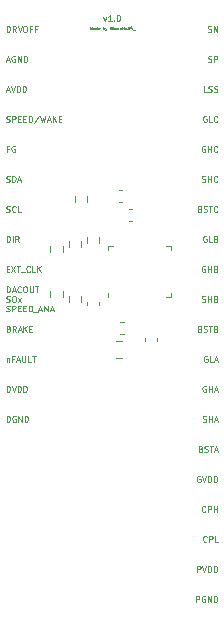
<source format=gbr>
%TF.GenerationSoftware,KiCad,Pcbnew,7.0.1*%
%TF.CreationDate,2023-04-17T09:27:04+12:00*%
%TF.ProjectId,MCT8329A-breakout,4d435438-3332-4394-912d-627265616b6f,1.0*%
%TF.SameCoordinates,Original*%
%TF.FileFunction,Legend,Top*%
%TF.FilePolarity,Positive*%
%FSLAX46Y46*%
G04 Gerber Fmt 4.6, Leading zero omitted, Abs format (unit mm)*
G04 Created by KiCad (PCBNEW 7.0.1) date 2023-04-17 09:27:04*
%MOMM*%
%LPD*%
G01*
G04 APERTURE LIST*
%ADD10C,0.075000*%
%ADD11C,0.037500*%
%ADD12C,0.120000*%
G04 APERTURE END LIST*
D10*
X150648571Y-90310119D02*
X150600952Y-90286309D01*
X150600952Y-90286309D02*
X150529523Y-90286309D01*
X150529523Y-90286309D02*
X150458095Y-90310119D01*
X150458095Y-90310119D02*
X150410476Y-90357738D01*
X150410476Y-90357738D02*
X150386666Y-90405357D01*
X150386666Y-90405357D02*
X150362857Y-90500595D01*
X150362857Y-90500595D02*
X150362857Y-90572023D01*
X150362857Y-90572023D02*
X150386666Y-90667261D01*
X150386666Y-90667261D02*
X150410476Y-90714880D01*
X150410476Y-90714880D02*
X150458095Y-90762500D01*
X150458095Y-90762500D02*
X150529523Y-90786309D01*
X150529523Y-90786309D02*
X150577142Y-90786309D01*
X150577142Y-90786309D02*
X150648571Y-90762500D01*
X150648571Y-90762500D02*
X150672380Y-90738690D01*
X150672380Y-90738690D02*
X150672380Y-90572023D01*
X150672380Y-90572023D02*
X150577142Y-90572023D01*
X150886666Y-90786309D02*
X150886666Y-90286309D01*
X150886666Y-90524404D02*
X151172380Y-90524404D01*
X151172380Y-90786309D02*
X151172380Y-90286309D01*
X151386667Y-90643452D02*
X151624762Y-90643452D01*
X151339048Y-90786309D02*
X151505714Y-90286309D01*
X151505714Y-90286309D02*
X151672381Y-90786309D01*
X133945714Y-70204404D02*
X133779047Y-70204404D01*
X133779047Y-70466309D02*
X133779047Y-69966309D01*
X133779047Y-69966309D02*
X134017142Y-69966309D01*
X134469523Y-69990119D02*
X134421904Y-69966309D01*
X134421904Y-69966309D02*
X134350475Y-69966309D01*
X134350475Y-69966309D02*
X134279047Y-69990119D01*
X134279047Y-69990119D02*
X134231428Y-70037738D01*
X134231428Y-70037738D02*
X134207618Y-70085357D01*
X134207618Y-70085357D02*
X134183809Y-70180595D01*
X134183809Y-70180595D02*
X134183809Y-70252023D01*
X134183809Y-70252023D02*
X134207618Y-70347261D01*
X134207618Y-70347261D02*
X134231428Y-70394880D01*
X134231428Y-70394880D02*
X134279047Y-70442500D01*
X134279047Y-70442500D02*
X134350475Y-70466309D01*
X134350475Y-70466309D02*
X134398094Y-70466309D01*
X134398094Y-70466309D02*
X134469523Y-70442500D01*
X134469523Y-70442500D02*
X134493332Y-70418690D01*
X134493332Y-70418690D02*
X134493332Y-70252023D01*
X134493332Y-70252023D02*
X134398094Y-70252023D01*
X150148572Y-85444404D02*
X150220000Y-85468214D01*
X150220000Y-85468214D02*
X150243810Y-85492023D01*
X150243810Y-85492023D02*
X150267619Y-85539642D01*
X150267619Y-85539642D02*
X150267619Y-85611071D01*
X150267619Y-85611071D02*
X150243810Y-85658690D01*
X150243810Y-85658690D02*
X150220000Y-85682500D01*
X150220000Y-85682500D02*
X150172381Y-85706309D01*
X150172381Y-85706309D02*
X149981905Y-85706309D01*
X149981905Y-85706309D02*
X149981905Y-85206309D01*
X149981905Y-85206309D02*
X150148572Y-85206309D01*
X150148572Y-85206309D02*
X150196191Y-85230119D01*
X150196191Y-85230119D02*
X150220000Y-85253928D01*
X150220000Y-85253928D02*
X150243810Y-85301547D01*
X150243810Y-85301547D02*
X150243810Y-85349166D01*
X150243810Y-85349166D02*
X150220000Y-85396785D01*
X150220000Y-85396785D02*
X150196191Y-85420595D01*
X150196191Y-85420595D02*
X150148572Y-85444404D01*
X150148572Y-85444404D02*
X149981905Y-85444404D01*
X150458096Y-85682500D02*
X150529524Y-85706309D01*
X150529524Y-85706309D02*
X150648572Y-85706309D01*
X150648572Y-85706309D02*
X150696191Y-85682500D01*
X150696191Y-85682500D02*
X150720000Y-85658690D01*
X150720000Y-85658690D02*
X150743810Y-85611071D01*
X150743810Y-85611071D02*
X150743810Y-85563452D01*
X150743810Y-85563452D02*
X150720000Y-85515833D01*
X150720000Y-85515833D02*
X150696191Y-85492023D01*
X150696191Y-85492023D02*
X150648572Y-85468214D01*
X150648572Y-85468214D02*
X150553334Y-85444404D01*
X150553334Y-85444404D02*
X150505715Y-85420595D01*
X150505715Y-85420595D02*
X150481905Y-85396785D01*
X150481905Y-85396785D02*
X150458096Y-85349166D01*
X150458096Y-85349166D02*
X150458096Y-85301547D01*
X150458096Y-85301547D02*
X150481905Y-85253928D01*
X150481905Y-85253928D02*
X150505715Y-85230119D01*
X150505715Y-85230119D02*
X150553334Y-85206309D01*
X150553334Y-85206309D02*
X150672381Y-85206309D01*
X150672381Y-85206309D02*
X150743810Y-85230119D01*
X150886667Y-85206309D02*
X151172381Y-85206309D01*
X151029524Y-85706309D02*
X151029524Y-85206309D01*
X151505714Y-85444404D02*
X151577142Y-85468214D01*
X151577142Y-85468214D02*
X151600952Y-85492023D01*
X151600952Y-85492023D02*
X151624761Y-85539642D01*
X151624761Y-85539642D02*
X151624761Y-85611071D01*
X151624761Y-85611071D02*
X151600952Y-85658690D01*
X151600952Y-85658690D02*
X151577142Y-85682500D01*
X151577142Y-85682500D02*
X151529523Y-85706309D01*
X151529523Y-85706309D02*
X151339047Y-85706309D01*
X151339047Y-85706309D02*
X151339047Y-85206309D01*
X151339047Y-85206309D02*
X151505714Y-85206309D01*
X151505714Y-85206309D02*
X151553333Y-85230119D01*
X151553333Y-85230119D02*
X151577142Y-85253928D01*
X151577142Y-85253928D02*
X151600952Y-85301547D01*
X151600952Y-85301547D02*
X151600952Y-85349166D01*
X151600952Y-85349166D02*
X151577142Y-85396785D01*
X151577142Y-85396785D02*
X151553333Y-85420595D01*
X151553333Y-85420595D02*
X151505714Y-85444404D01*
X151505714Y-85444404D02*
X151339047Y-85444404D01*
X150315238Y-83142500D02*
X150386666Y-83166309D01*
X150386666Y-83166309D02*
X150505714Y-83166309D01*
X150505714Y-83166309D02*
X150553333Y-83142500D01*
X150553333Y-83142500D02*
X150577142Y-83118690D01*
X150577142Y-83118690D02*
X150600952Y-83071071D01*
X150600952Y-83071071D02*
X150600952Y-83023452D01*
X150600952Y-83023452D02*
X150577142Y-82975833D01*
X150577142Y-82975833D02*
X150553333Y-82952023D01*
X150553333Y-82952023D02*
X150505714Y-82928214D01*
X150505714Y-82928214D02*
X150410476Y-82904404D01*
X150410476Y-82904404D02*
X150362857Y-82880595D01*
X150362857Y-82880595D02*
X150339047Y-82856785D01*
X150339047Y-82856785D02*
X150315238Y-82809166D01*
X150315238Y-82809166D02*
X150315238Y-82761547D01*
X150315238Y-82761547D02*
X150339047Y-82713928D01*
X150339047Y-82713928D02*
X150362857Y-82690119D01*
X150362857Y-82690119D02*
X150410476Y-82666309D01*
X150410476Y-82666309D02*
X150529523Y-82666309D01*
X150529523Y-82666309D02*
X150600952Y-82690119D01*
X150815237Y-83166309D02*
X150815237Y-82666309D01*
X150815237Y-82904404D02*
X151100951Y-82904404D01*
X151100951Y-83166309D02*
X151100951Y-82666309D01*
X151505714Y-82904404D02*
X151577142Y-82928214D01*
X151577142Y-82928214D02*
X151600952Y-82952023D01*
X151600952Y-82952023D02*
X151624761Y-82999642D01*
X151624761Y-82999642D02*
X151624761Y-83071071D01*
X151624761Y-83071071D02*
X151600952Y-83118690D01*
X151600952Y-83118690D02*
X151577142Y-83142500D01*
X151577142Y-83142500D02*
X151529523Y-83166309D01*
X151529523Y-83166309D02*
X151339047Y-83166309D01*
X151339047Y-83166309D02*
X151339047Y-82666309D01*
X151339047Y-82666309D02*
X151505714Y-82666309D01*
X151505714Y-82666309D02*
X151553333Y-82690119D01*
X151553333Y-82690119D02*
X151577142Y-82713928D01*
X151577142Y-82713928D02*
X151600952Y-82761547D01*
X151600952Y-82761547D02*
X151600952Y-82809166D01*
X151600952Y-82809166D02*
X151577142Y-82856785D01*
X151577142Y-82856785D02*
X151553333Y-82880595D01*
X151553333Y-82880595D02*
X151505714Y-82904404D01*
X151505714Y-82904404D02*
X151339047Y-82904404D01*
X141975715Y-59037976D02*
X142094763Y-59371309D01*
X142094763Y-59371309D02*
X142213810Y-59037976D01*
X142666191Y-59371309D02*
X142380477Y-59371309D01*
X142523334Y-59371309D02*
X142523334Y-58871309D01*
X142523334Y-58871309D02*
X142475715Y-58942738D01*
X142475715Y-58942738D02*
X142428096Y-58990357D01*
X142428096Y-58990357D02*
X142380477Y-59014166D01*
X142880476Y-59323690D02*
X142904286Y-59347500D01*
X142904286Y-59347500D02*
X142880476Y-59371309D01*
X142880476Y-59371309D02*
X142856667Y-59347500D01*
X142856667Y-59347500D02*
X142880476Y-59323690D01*
X142880476Y-59323690D02*
X142880476Y-59371309D01*
X143213809Y-58871309D02*
X143261428Y-58871309D01*
X143261428Y-58871309D02*
X143309047Y-58895119D01*
X143309047Y-58895119D02*
X143332857Y-58918928D01*
X143332857Y-58918928D02*
X143356666Y-58966547D01*
X143356666Y-58966547D02*
X143380476Y-59061785D01*
X143380476Y-59061785D02*
X143380476Y-59180833D01*
X143380476Y-59180833D02*
X143356666Y-59276071D01*
X143356666Y-59276071D02*
X143332857Y-59323690D01*
X143332857Y-59323690D02*
X143309047Y-59347500D01*
X143309047Y-59347500D02*
X143261428Y-59371309D01*
X143261428Y-59371309D02*
X143213809Y-59371309D01*
X143213809Y-59371309D02*
X143166190Y-59347500D01*
X143166190Y-59347500D02*
X143142381Y-59323690D01*
X143142381Y-59323690D02*
X143118571Y-59276071D01*
X143118571Y-59276071D02*
X143094762Y-59180833D01*
X143094762Y-59180833D02*
X143094762Y-59061785D01*
X143094762Y-59061785D02*
X143118571Y-58966547D01*
X143118571Y-58966547D02*
X143142381Y-58918928D01*
X143142381Y-58918928D02*
X143166190Y-58895119D01*
X143166190Y-58895119D02*
X143213809Y-58871309D01*
X133755238Y-67902500D02*
X133826666Y-67926309D01*
X133826666Y-67926309D02*
X133945714Y-67926309D01*
X133945714Y-67926309D02*
X133993333Y-67902500D01*
X133993333Y-67902500D02*
X134017142Y-67878690D01*
X134017142Y-67878690D02*
X134040952Y-67831071D01*
X134040952Y-67831071D02*
X134040952Y-67783452D01*
X134040952Y-67783452D02*
X134017142Y-67735833D01*
X134017142Y-67735833D02*
X133993333Y-67712023D01*
X133993333Y-67712023D02*
X133945714Y-67688214D01*
X133945714Y-67688214D02*
X133850476Y-67664404D01*
X133850476Y-67664404D02*
X133802857Y-67640595D01*
X133802857Y-67640595D02*
X133779047Y-67616785D01*
X133779047Y-67616785D02*
X133755238Y-67569166D01*
X133755238Y-67569166D02*
X133755238Y-67521547D01*
X133755238Y-67521547D02*
X133779047Y-67473928D01*
X133779047Y-67473928D02*
X133802857Y-67450119D01*
X133802857Y-67450119D02*
X133850476Y-67426309D01*
X133850476Y-67426309D02*
X133969523Y-67426309D01*
X133969523Y-67426309D02*
X134040952Y-67450119D01*
X134255237Y-67926309D02*
X134255237Y-67426309D01*
X134255237Y-67426309D02*
X134445713Y-67426309D01*
X134445713Y-67426309D02*
X134493332Y-67450119D01*
X134493332Y-67450119D02*
X134517142Y-67473928D01*
X134517142Y-67473928D02*
X134540951Y-67521547D01*
X134540951Y-67521547D02*
X134540951Y-67592976D01*
X134540951Y-67592976D02*
X134517142Y-67640595D01*
X134517142Y-67640595D02*
X134493332Y-67664404D01*
X134493332Y-67664404D02*
X134445713Y-67688214D01*
X134445713Y-67688214D02*
X134255237Y-67688214D01*
X134755237Y-67664404D02*
X134921904Y-67664404D01*
X134993332Y-67926309D02*
X134755237Y-67926309D01*
X134755237Y-67926309D02*
X134755237Y-67426309D01*
X134755237Y-67426309D02*
X134993332Y-67426309D01*
X135207618Y-67664404D02*
X135374285Y-67664404D01*
X135445713Y-67926309D02*
X135207618Y-67926309D01*
X135207618Y-67926309D02*
X135207618Y-67426309D01*
X135207618Y-67426309D02*
X135445713Y-67426309D01*
X135659999Y-67926309D02*
X135659999Y-67426309D01*
X135659999Y-67426309D02*
X135779047Y-67426309D01*
X135779047Y-67426309D02*
X135850475Y-67450119D01*
X135850475Y-67450119D02*
X135898094Y-67497738D01*
X135898094Y-67497738D02*
X135921904Y-67545357D01*
X135921904Y-67545357D02*
X135945713Y-67640595D01*
X135945713Y-67640595D02*
X135945713Y-67712023D01*
X135945713Y-67712023D02*
X135921904Y-67807261D01*
X135921904Y-67807261D02*
X135898094Y-67854880D01*
X135898094Y-67854880D02*
X135850475Y-67902500D01*
X135850475Y-67902500D02*
X135779047Y-67926309D01*
X135779047Y-67926309D02*
X135659999Y-67926309D01*
X136517142Y-67402500D02*
X136088571Y-68045357D01*
X136636190Y-67426309D02*
X136755238Y-67926309D01*
X136755238Y-67926309D02*
X136850476Y-67569166D01*
X136850476Y-67569166D02*
X136945714Y-67926309D01*
X136945714Y-67926309D02*
X137064762Y-67426309D01*
X137231429Y-67783452D02*
X137469524Y-67783452D01*
X137183810Y-67926309D02*
X137350476Y-67426309D01*
X137350476Y-67426309D02*
X137517143Y-67926309D01*
X137683809Y-67926309D02*
X137683809Y-67426309D01*
X137969523Y-67926309D02*
X137755238Y-67640595D01*
X137969523Y-67426309D02*
X137683809Y-67712023D01*
X138183809Y-67664404D02*
X138350476Y-67664404D01*
X138421904Y-67926309D02*
X138183809Y-67926309D01*
X138183809Y-67926309D02*
X138183809Y-67426309D01*
X138183809Y-67426309D02*
X138421904Y-67426309D01*
X150839048Y-62822500D02*
X150910476Y-62846309D01*
X150910476Y-62846309D02*
X151029524Y-62846309D01*
X151029524Y-62846309D02*
X151077143Y-62822500D01*
X151077143Y-62822500D02*
X151100952Y-62798690D01*
X151100952Y-62798690D02*
X151124762Y-62751071D01*
X151124762Y-62751071D02*
X151124762Y-62703452D01*
X151124762Y-62703452D02*
X151100952Y-62655833D01*
X151100952Y-62655833D02*
X151077143Y-62632023D01*
X151077143Y-62632023D02*
X151029524Y-62608214D01*
X151029524Y-62608214D02*
X150934286Y-62584404D01*
X150934286Y-62584404D02*
X150886667Y-62560595D01*
X150886667Y-62560595D02*
X150862857Y-62536785D01*
X150862857Y-62536785D02*
X150839048Y-62489166D01*
X150839048Y-62489166D02*
X150839048Y-62441547D01*
X150839048Y-62441547D02*
X150862857Y-62393928D01*
X150862857Y-62393928D02*
X150886667Y-62370119D01*
X150886667Y-62370119D02*
X150934286Y-62346309D01*
X150934286Y-62346309D02*
X151053333Y-62346309D01*
X151053333Y-62346309D02*
X151124762Y-62370119D01*
X151339047Y-62846309D02*
X151339047Y-62346309D01*
X151339047Y-62346309D02*
X151529523Y-62346309D01*
X151529523Y-62346309D02*
X151577142Y-62370119D01*
X151577142Y-62370119D02*
X151600952Y-62393928D01*
X151600952Y-62393928D02*
X151624761Y-62441547D01*
X151624761Y-62441547D02*
X151624761Y-62512976D01*
X151624761Y-62512976D02*
X151600952Y-62560595D01*
X151600952Y-62560595D02*
X151577142Y-62584404D01*
X151577142Y-62584404D02*
X151529523Y-62608214D01*
X151529523Y-62608214D02*
X151339047Y-62608214D01*
X150767619Y-87770119D02*
X150720000Y-87746309D01*
X150720000Y-87746309D02*
X150648571Y-87746309D01*
X150648571Y-87746309D02*
X150577143Y-87770119D01*
X150577143Y-87770119D02*
X150529524Y-87817738D01*
X150529524Y-87817738D02*
X150505714Y-87865357D01*
X150505714Y-87865357D02*
X150481905Y-87960595D01*
X150481905Y-87960595D02*
X150481905Y-88032023D01*
X150481905Y-88032023D02*
X150505714Y-88127261D01*
X150505714Y-88127261D02*
X150529524Y-88174880D01*
X150529524Y-88174880D02*
X150577143Y-88222500D01*
X150577143Y-88222500D02*
X150648571Y-88246309D01*
X150648571Y-88246309D02*
X150696190Y-88246309D01*
X150696190Y-88246309D02*
X150767619Y-88222500D01*
X150767619Y-88222500D02*
X150791428Y-88198690D01*
X150791428Y-88198690D02*
X150791428Y-88032023D01*
X150791428Y-88032023D02*
X150696190Y-88032023D01*
X151243809Y-88246309D02*
X151005714Y-88246309D01*
X151005714Y-88246309D02*
X151005714Y-87746309D01*
X151386667Y-88103452D02*
X151624762Y-88103452D01*
X151339048Y-88246309D02*
X151505714Y-87746309D01*
X151505714Y-87746309D02*
X151672381Y-88246309D01*
X150172381Y-97930119D02*
X150124762Y-97906309D01*
X150124762Y-97906309D02*
X150053333Y-97906309D01*
X150053333Y-97906309D02*
X149981905Y-97930119D01*
X149981905Y-97930119D02*
X149934286Y-97977738D01*
X149934286Y-97977738D02*
X149910476Y-98025357D01*
X149910476Y-98025357D02*
X149886667Y-98120595D01*
X149886667Y-98120595D02*
X149886667Y-98192023D01*
X149886667Y-98192023D02*
X149910476Y-98287261D01*
X149910476Y-98287261D02*
X149934286Y-98334880D01*
X149934286Y-98334880D02*
X149981905Y-98382500D01*
X149981905Y-98382500D02*
X150053333Y-98406309D01*
X150053333Y-98406309D02*
X150100952Y-98406309D01*
X150100952Y-98406309D02*
X150172381Y-98382500D01*
X150172381Y-98382500D02*
X150196190Y-98358690D01*
X150196190Y-98358690D02*
X150196190Y-98192023D01*
X150196190Y-98192023D02*
X150100952Y-98192023D01*
X150339048Y-97906309D02*
X150505714Y-98406309D01*
X150505714Y-98406309D02*
X150672381Y-97906309D01*
X150839047Y-98406309D02*
X150839047Y-97906309D01*
X150839047Y-97906309D02*
X150958095Y-97906309D01*
X150958095Y-97906309D02*
X151029523Y-97930119D01*
X151029523Y-97930119D02*
X151077142Y-97977738D01*
X151077142Y-97977738D02*
X151100952Y-98025357D01*
X151100952Y-98025357D02*
X151124761Y-98120595D01*
X151124761Y-98120595D02*
X151124761Y-98192023D01*
X151124761Y-98192023D02*
X151100952Y-98287261D01*
X151100952Y-98287261D02*
X151077142Y-98334880D01*
X151077142Y-98334880D02*
X151029523Y-98382500D01*
X151029523Y-98382500D02*
X150958095Y-98406309D01*
X150958095Y-98406309D02*
X150839047Y-98406309D01*
X151339047Y-98406309D02*
X151339047Y-97906309D01*
X151339047Y-97906309D02*
X151458095Y-97906309D01*
X151458095Y-97906309D02*
X151529523Y-97930119D01*
X151529523Y-97930119D02*
X151577142Y-97977738D01*
X151577142Y-97977738D02*
X151600952Y-98025357D01*
X151600952Y-98025357D02*
X151624761Y-98120595D01*
X151624761Y-98120595D02*
X151624761Y-98192023D01*
X151624761Y-98192023D02*
X151600952Y-98287261D01*
X151600952Y-98287261D02*
X151577142Y-98334880D01*
X151577142Y-98334880D02*
X151529523Y-98382500D01*
X151529523Y-98382500D02*
X151458095Y-98406309D01*
X151458095Y-98406309D02*
X151339047Y-98406309D01*
X150696190Y-67450119D02*
X150648571Y-67426309D01*
X150648571Y-67426309D02*
X150577142Y-67426309D01*
X150577142Y-67426309D02*
X150505714Y-67450119D01*
X150505714Y-67450119D02*
X150458095Y-67497738D01*
X150458095Y-67497738D02*
X150434285Y-67545357D01*
X150434285Y-67545357D02*
X150410476Y-67640595D01*
X150410476Y-67640595D02*
X150410476Y-67712023D01*
X150410476Y-67712023D02*
X150434285Y-67807261D01*
X150434285Y-67807261D02*
X150458095Y-67854880D01*
X150458095Y-67854880D02*
X150505714Y-67902500D01*
X150505714Y-67902500D02*
X150577142Y-67926309D01*
X150577142Y-67926309D02*
X150624761Y-67926309D01*
X150624761Y-67926309D02*
X150696190Y-67902500D01*
X150696190Y-67902500D02*
X150719999Y-67878690D01*
X150719999Y-67878690D02*
X150719999Y-67712023D01*
X150719999Y-67712023D02*
X150624761Y-67712023D01*
X151172380Y-67926309D02*
X150934285Y-67926309D01*
X150934285Y-67926309D02*
X150934285Y-67426309D01*
X151624761Y-67878690D02*
X151600952Y-67902500D01*
X151600952Y-67902500D02*
X151529523Y-67926309D01*
X151529523Y-67926309D02*
X151481904Y-67926309D01*
X151481904Y-67926309D02*
X151410476Y-67902500D01*
X151410476Y-67902500D02*
X151362857Y-67854880D01*
X151362857Y-67854880D02*
X151339047Y-67807261D01*
X151339047Y-67807261D02*
X151315238Y-67712023D01*
X151315238Y-67712023D02*
X151315238Y-67640595D01*
X151315238Y-67640595D02*
X151339047Y-67545357D01*
X151339047Y-67545357D02*
X151362857Y-67497738D01*
X151362857Y-67497738D02*
X151410476Y-67450119D01*
X151410476Y-67450119D02*
X151481904Y-67426309D01*
X151481904Y-67426309D02*
X151529523Y-67426309D01*
X151529523Y-67426309D02*
X151600952Y-67450119D01*
X151600952Y-67450119D02*
X151624761Y-67473928D01*
X150386667Y-93302500D02*
X150458095Y-93326309D01*
X150458095Y-93326309D02*
X150577143Y-93326309D01*
X150577143Y-93326309D02*
X150624762Y-93302500D01*
X150624762Y-93302500D02*
X150648571Y-93278690D01*
X150648571Y-93278690D02*
X150672381Y-93231071D01*
X150672381Y-93231071D02*
X150672381Y-93183452D01*
X150672381Y-93183452D02*
X150648571Y-93135833D01*
X150648571Y-93135833D02*
X150624762Y-93112023D01*
X150624762Y-93112023D02*
X150577143Y-93088214D01*
X150577143Y-93088214D02*
X150481905Y-93064404D01*
X150481905Y-93064404D02*
X150434286Y-93040595D01*
X150434286Y-93040595D02*
X150410476Y-93016785D01*
X150410476Y-93016785D02*
X150386667Y-92969166D01*
X150386667Y-92969166D02*
X150386667Y-92921547D01*
X150386667Y-92921547D02*
X150410476Y-92873928D01*
X150410476Y-92873928D02*
X150434286Y-92850119D01*
X150434286Y-92850119D02*
X150481905Y-92826309D01*
X150481905Y-92826309D02*
X150600952Y-92826309D01*
X150600952Y-92826309D02*
X150672381Y-92850119D01*
X150886666Y-93326309D02*
X150886666Y-92826309D01*
X150886666Y-93064404D02*
X151172380Y-93064404D01*
X151172380Y-93326309D02*
X151172380Y-92826309D01*
X151386667Y-93183452D02*
X151624762Y-93183452D01*
X151339048Y-93326309D02*
X151505714Y-92826309D01*
X151505714Y-92826309D02*
X151672381Y-93326309D01*
X150577142Y-80150119D02*
X150529523Y-80126309D01*
X150529523Y-80126309D02*
X150458094Y-80126309D01*
X150458094Y-80126309D02*
X150386666Y-80150119D01*
X150386666Y-80150119D02*
X150339047Y-80197738D01*
X150339047Y-80197738D02*
X150315237Y-80245357D01*
X150315237Y-80245357D02*
X150291428Y-80340595D01*
X150291428Y-80340595D02*
X150291428Y-80412023D01*
X150291428Y-80412023D02*
X150315237Y-80507261D01*
X150315237Y-80507261D02*
X150339047Y-80554880D01*
X150339047Y-80554880D02*
X150386666Y-80602500D01*
X150386666Y-80602500D02*
X150458094Y-80626309D01*
X150458094Y-80626309D02*
X150505713Y-80626309D01*
X150505713Y-80626309D02*
X150577142Y-80602500D01*
X150577142Y-80602500D02*
X150600951Y-80578690D01*
X150600951Y-80578690D02*
X150600951Y-80412023D01*
X150600951Y-80412023D02*
X150505713Y-80412023D01*
X150815237Y-80626309D02*
X150815237Y-80126309D01*
X150815237Y-80364404D02*
X151100951Y-80364404D01*
X151100951Y-80626309D02*
X151100951Y-80126309D01*
X151505714Y-80364404D02*
X151577142Y-80388214D01*
X151577142Y-80388214D02*
X151600952Y-80412023D01*
X151600952Y-80412023D02*
X151624761Y-80459642D01*
X151624761Y-80459642D02*
X151624761Y-80531071D01*
X151624761Y-80531071D02*
X151600952Y-80578690D01*
X151600952Y-80578690D02*
X151577142Y-80602500D01*
X151577142Y-80602500D02*
X151529523Y-80626309D01*
X151529523Y-80626309D02*
X151339047Y-80626309D01*
X151339047Y-80626309D02*
X151339047Y-80126309D01*
X151339047Y-80126309D02*
X151505714Y-80126309D01*
X151505714Y-80126309D02*
X151553333Y-80150119D01*
X151553333Y-80150119D02*
X151577142Y-80173928D01*
X151577142Y-80173928D02*
X151600952Y-80221547D01*
X151600952Y-80221547D02*
X151600952Y-80269166D01*
X151600952Y-80269166D02*
X151577142Y-80316785D01*
X151577142Y-80316785D02*
X151553333Y-80340595D01*
X151553333Y-80340595D02*
X151505714Y-80364404D01*
X151505714Y-80364404D02*
X151339047Y-80364404D01*
X150720000Y-65386309D02*
X150481905Y-65386309D01*
X150481905Y-65386309D02*
X150481905Y-64886309D01*
X150862858Y-65362500D02*
X150934286Y-65386309D01*
X150934286Y-65386309D02*
X151053334Y-65386309D01*
X151053334Y-65386309D02*
X151100953Y-65362500D01*
X151100953Y-65362500D02*
X151124762Y-65338690D01*
X151124762Y-65338690D02*
X151148572Y-65291071D01*
X151148572Y-65291071D02*
X151148572Y-65243452D01*
X151148572Y-65243452D02*
X151124762Y-65195833D01*
X151124762Y-65195833D02*
X151100953Y-65172023D01*
X151100953Y-65172023D02*
X151053334Y-65148214D01*
X151053334Y-65148214D02*
X150958096Y-65124404D01*
X150958096Y-65124404D02*
X150910477Y-65100595D01*
X150910477Y-65100595D02*
X150886667Y-65076785D01*
X150886667Y-65076785D02*
X150862858Y-65029166D01*
X150862858Y-65029166D02*
X150862858Y-64981547D01*
X150862858Y-64981547D02*
X150886667Y-64933928D01*
X150886667Y-64933928D02*
X150910477Y-64910119D01*
X150910477Y-64910119D02*
X150958096Y-64886309D01*
X150958096Y-64886309D02*
X151077143Y-64886309D01*
X151077143Y-64886309D02*
X151148572Y-64910119D01*
X151339048Y-65362500D02*
X151410476Y-65386309D01*
X151410476Y-65386309D02*
X151529524Y-65386309D01*
X151529524Y-65386309D02*
X151577143Y-65362500D01*
X151577143Y-65362500D02*
X151600952Y-65338690D01*
X151600952Y-65338690D02*
X151624762Y-65291071D01*
X151624762Y-65291071D02*
X151624762Y-65243452D01*
X151624762Y-65243452D02*
X151600952Y-65195833D01*
X151600952Y-65195833D02*
X151577143Y-65172023D01*
X151577143Y-65172023D02*
X151529524Y-65148214D01*
X151529524Y-65148214D02*
X151434286Y-65124404D01*
X151434286Y-65124404D02*
X151386667Y-65100595D01*
X151386667Y-65100595D02*
X151362857Y-65076785D01*
X151362857Y-65076785D02*
X151339048Y-65029166D01*
X151339048Y-65029166D02*
X151339048Y-64981547D01*
X151339048Y-64981547D02*
X151362857Y-64933928D01*
X151362857Y-64933928D02*
X151386667Y-64910119D01*
X151386667Y-64910119D02*
X151434286Y-64886309D01*
X151434286Y-64886309D02*
X151553333Y-64886309D01*
X151553333Y-64886309D02*
X151624762Y-64910119D01*
X133755238Y-75522500D02*
X133826666Y-75546309D01*
X133826666Y-75546309D02*
X133945714Y-75546309D01*
X133945714Y-75546309D02*
X133993333Y-75522500D01*
X133993333Y-75522500D02*
X134017142Y-75498690D01*
X134017142Y-75498690D02*
X134040952Y-75451071D01*
X134040952Y-75451071D02*
X134040952Y-75403452D01*
X134040952Y-75403452D02*
X134017142Y-75355833D01*
X134017142Y-75355833D02*
X133993333Y-75332023D01*
X133993333Y-75332023D02*
X133945714Y-75308214D01*
X133945714Y-75308214D02*
X133850476Y-75284404D01*
X133850476Y-75284404D02*
X133802857Y-75260595D01*
X133802857Y-75260595D02*
X133779047Y-75236785D01*
X133779047Y-75236785D02*
X133755238Y-75189166D01*
X133755238Y-75189166D02*
X133755238Y-75141547D01*
X133755238Y-75141547D02*
X133779047Y-75093928D01*
X133779047Y-75093928D02*
X133802857Y-75070119D01*
X133802857Y-75070119D02*
X133850476Y-75046309D01*
X133850476Y-75046309D02*
X133969523Y-75046309D01*
X133969523Y-75046309D02*
X134040952Y-75070119D01*
X134540951Y-75498690D02*
X134517142Y-75522500D01*
X134517142Y-75522500D02*
X134445713Y-75546309D01*
X134445713Y-75546309D02*
X134398094Y-75546309D01*
X134398094Y-75546309D02*
X134326666Y-75522500D01*
X134326666Y-75522500D02*
X134279047Y-75474880D01*
X134279047Y-75474880D02*
X134255237Y-75427261D01*
X134255237Y-75427261D02*
X134231428Y-75332023D01*
X134231428Y-75332023D02*
X134231428Y-75260595D01*
X134231428Y-75260595D02*
X134255237Y-75165357D01*
X134255237Y-75165357D02*
X134279047Y-75117738D01*
X134279047Y-75117738D02*
X134326666Y-75070119D01*
X134326666Y-75070119D02*
X134398094Y-75046309D01*
X134398094Y-75046309D02*
X134445713Y-75046309D01*
X134445713Y-75046309D02*
X134517142Y-75070119D01*
X134517142Y-75070119D02*
X134540951Y-75093928D01*
X134993332Y-75546309D02*
X134755237Y-75546309D01*
X134755237Y-75546309D02*
X134755237Y-75046309D01*
X150815238Y-60282500D02*
X150886666Y-60306309D01*
X150886666Y-60306309D02*
X151005714Y-60306309D01*
X151005714Y-60306309D02*
X151053333Y-60282500D01*
X151053333Y-60282500D02*
X151077142Y-60258690D01*
X151077142Y-60258690D02*
X151100952Y-60211071D01*
X151100952Y-60211071D02*
X151100952Y-60163452D01*
X151100952Y-60163452D02*
X151077142Y-60115833D01*
X151077142Y-60115833D02*
X151053333Y-60092023D01*
X151053333Y-60092023D02*
X151005714Y-60068214D01*
X151005714Y-60068214D02*
X150910476Y-60044404D01*
X150910476Y-60044404D02*
X150862857Y-60020595D01*
X150862857Y-60020595D02*
X150839047Y-59996785D01*
X150839047Y-59996785D02*
X150815238Y-59949166D01*
X150815238Y-59949166D02*
X150815238Y-59901547D01*
X150815238Y-59901547D02*
X150839047Y-59853928D01*
X150839047Y-59853928D02*
X150862857Y-59830119D01*
X150862857Y-59830119D02*
X150910476Y-59806309D01*
X150910476Y-59806309D02*
X151029523Y-59806309D01*
X151029523Y-59806309D02*
X151100952Y-59830119D01*
X151315237Y-60306309D02*
X151315237Y-59806309D01*
X151315237Y-59806309D02*
X151600951Y-60306309D01*
X151600951Y-60306309D02*
X151600951Y-59806309D01*
X133755238Y-72982500D02*
X133826666Y-73006309D01*
X133826666Y-73006309D02*
X133945714Y-73006309D01*
X133945714Y-73006309D02*
X133993333Y-72982500D01*
X133993333Y-72982500D02*
X134017142Y-72958690D01*
X134017142Y-72958690D02*
X134040952Y-72911071D01*
X134040952Y-72911071D02*
X134040952Y-72863452D01*
X134040952Y-72863452D02*
X134017142Y-72815833D01*
X134017142Y-72815833D02*
X133993333Y-72792023D01*
X133993333Y-72792023D02*
X133945714Y-72768214D01*
X133945714Y-72768214D02*
X133850476Y-72744404D01*
X133850476Y-72744404D02*
X133802857Y-72720595D01*
X133802857Y-72720595D02*
X133779047Y-72696785D01*
X133779047Y-72696785D02*
X133755238Y-72649166D01*
X133755238Y-72649166D02*
X133755238Y-72601547D01*
X133755238Y-72601547D02*
X133779047Y-72553928D01*
X133779047Y-72553928D02*
X133802857Y-72530119D01*
X133802857Y-72530119D02*
X133850476Y-72506309D01*
X133850476Y-72506309D02*
X133969523Y-72506309D01*
X133969523Y-72506309D02*
X134040952Y-72530119D01*
X134255237Y-73006309D02*
X134255237Y-72506309D01*
X134255237Y-72506309D02*
X134374285Y-72506309D01*
X134374285Y-72506309D02*
X134445713Y-72530119D01*
X134445713Y-72530119D02*
X134493332Y-72577738D01*
X134493332Y-72577738D02*
X134517142Y-72625357D01*
X134517142Y-72625357D02*
X134540951Y-72720595D01*
X134540951Y-72720595D02*
X134540951Y-72792023D01*
X134540951Y-72792023D02*
X134517142Y-72887261D01*
X134517142Y-72887261D02*
X134493332Y-72934880D01*
X134493332Y-72934880D02*
X134445713Y-72982500D01*
X134445713Y-72982500D02*
X134374285Y-73006309D01*
X134374285Y-73006309D02*
X134255237Y-73006309D01*
X134731428Y-72863452D02*
X134969523Y-72863452D01*
X134683809Y-73006309D02*
X134850475Y-72506309D01*
X134850475Y-72506309D02*
X135017142Y-73006309D01*
X133779047Y-78086309D02*
X133779047Y-77586309D01*
X133779047Y-77586309D02*
X133898095Y-77586309D01*
X133898095Y-77586309D02*
X133969523Y-77610119D01*
X133969523Y-77610119D02*
X134017142Y-77657738D01*
X134017142Y-77657738D02*
X134040952Y-77705357D01*
X134040952Y-77705357D02*
X134064761Y-77800595D01*
X134064761Y-77800595D02*
X134064761Y-77872023D01*
X134064761Y-77872023D02*
X134040952Y-77967261D01*
X134040952Y-77967261D02*
X134017142Y-78014880D01*
X134017142Y-78014880D02*
X133969523Y-78062500D01*
X133969523Y-78062500D02*
X133898095Y-78086309D01*
X133898095Y-78086309D02*
X133779047Y-78086309D01*
X134279047Y-78086309D02*
X134279047Y-77586309D01*
X134802856Y-78086309D02*
X134636190Y-77848214D01*
X134517142Y-78086309D02*
X134517142Y-77586309D01*
X134517142Y-77586309D02*
X134707618Y-77586309D01*
X134707618Y-77586309D02*
X134755237Y-77610119D01*
X134755237Y-77610119D02*
X134779047Y-77633928D01*
X134779047Y-77633928D02*
X134802856Y-77681547D01*
X134802856Y-77681547D02*
X134802856Y-77752976D01*
X134802856Y-77752976D02*
X134779047Y-77800595D01*
X134779047Y-77800595D02*
X134755237Y-77824404D01*
X134755237Y-77824404D02*
X134707618Y-77848214D01*
X134707618Y-77848214D02*
X134517142Y-77848214D01*
X150220001Y-95604404D02*
X150291429Y-95628214D01*
X150291429Y-95628214D02*
X150315239Y-95652023D01*
X150315239Y-95652023D02*
X150339048Y-95699642D01*
X150339048Y-95699642D02*
X150339048Y-95771071D01*
X150339048Y-95771071D02*
X150315239Y-95818690D01*
X150315239Y-95818690D02*
X150291429Y-95842500D01*
X150291429Y-95842500D02*
X150243810Y-95866309D01*
X150243810Y-95866309D02*
X150053334Y-95866309D01*
X150053334Y-95866309D02*
X150053334Y-95366309D01*
X150053334Y-95366309D02*
X150220001Y-95366309D01*
X150220001Y-95366309D02*
X150267620Y-95390119D01*
X150267620Y-95390119D02*
X150291429Y-95413928D01*
X150291429Y-95413928D02*
X150315239Y-95461547D01*
X150315239Y-95461547D02*
X150315239Y-95509166D01*
X150315239Y-95509166D02*
X150291429Y-95556785D01*
X150291429Y-95556785D02*
X150267620Y-95580595D01*
X150267620Y-95580595D02*
X150220001Y-95604404D01*
X150220001Y-95604404D02*
X150053334Y-95604404D01*
X150529525Y-95842500D02*
X150600953Y-95866309D01*
X150600953Y-95866309D02*
X150720001Y-95866309D01*
X150720001Y-95866309D02*
X150767620Y-95842500D01*
X150767620Y-95842500D02*
X150791429Y-95818690D01*
X150791429Y-95818690D02*
X150815239Y-95771071D01*
X150815239Y-95771071D02*
X150815239Y-95723452D01*
X150815239Y-95723452D02*
X150791429Y-95675833D01*
X150791429Y-95675833D02*
X150767620Y-95652023D01*
X150767620Y-95652023D02*
X150720001Y-95628214D01*
X150720001Y-95628214D02*
X150624763Y-95604404D01*
X150624763Y-95604404D02*
X150577144Y-95580595D01*
X150577144Y-95580595D02*
X150553334Y-95556785D01*
X150553334Y-95556785D02*
X150529525Y-95509166D01*
X150529525Y-95509166D02*
X150529525Y-95461547D01*
X150529525Y-95461547D02*
X150553334Y-95413928D01*
X150553334Y-95413928D02*
X150577144Y-95390119D01*
X150577144Y-95390119D02*
X150624763Y-95366309D01*
X150624763Y-95366309D02*
X150743810Y-95366309D01*
X150743810Y-95366309D02*
X150815239Y-95390119D01*
X150958096Y-95366309D02*
X151243810Y-95366309D01*
X151100953Y-95866309D02*
X151100953Y-95366309D01*
X151386667Y-95723452D02*
X151624762Y-95723452D01*
X151339048Y-95866309D02*
X151505714Y-95366309D01*
X151505714Y-95366309D02*
X151672381Y-95866309D01*
X150696190Y-77610119D02*
X150648571Y-77586309D01*
X150648571Y-77586309D02*
X150577142Y-77586309D01*
X150577142Y-77586309D02*
X150505714Y-77610119D01*
X150505714Y-77610119D02*
X150458095Y-77657738D01*
X150458095Y-77657738D02*
X150434285Y-77705357D01*
X150434285Y-77705357D02*
X150410476Y-77800595D01*
X150410476Y-77800595D02*
X150410476Y-77872023D01*
X150410476Y-77872023D02*
X150434285Y-77967261D01*
X150434285Y-77967261D02*
X150458095Y-78014880D01*
X150458095Y-78014880D02*
X150505714Y-78062500D01*
X150505714Y-78062500D02*
X150577142Y-78086309D01*
X150577142Y-78086309D02*
X150624761Y-78086309D01*
X150624761Y-78086309D02*
X150696190Y-78062500D01*
X150696190Y-78062500D02*
X150719999Y-78038690D01*
X150719999Y-78038690D02*
X150719999Y-77872023D01*
X150719999Y-77872023D02*
X150624761Y-77872023D01*
X151172380Y-78086309D02*
X150934285Y-78086309D01*
X150934285Y-78086309D02*
X150934285Y-77586309D01*
X151505714Y-77824404D02*
X151577142Y-77848214D01*
X151577142Y-77848214D02*
X151600952Y-77872023D01*
X151600952Y-77872023D02*
X151624761Y-77919642D01*
X151624761Y-77919642D02*
X151624761Y-77991071D01*
X151624761Y-77991071D02*
X151600952Y-78038690D01*
X151600952Y-78038690D02*
X151577142Y-78062500D01*
X151577142Y-78062500D02*
X151529523Y-78086309D01*
X151529523Y-78086309D02*
X151339047Y-78086309D01*
X151339047Y-78086309D02*
X151339047Y-77586309D01*
X151339047Y-77586309D02*
X151505714Y-77586309D01*
X151505714Y-77586309D02*
X151553333Y-77610119D01*
X151553333Y-77610119D02*
X151577142Y-77633928D01*
X151577142Y-77633928D02*
X151600952Y-77681547D01*
X151600952Y-77681547D02*
X151600952Y-77729166D01*
X151600952Y-77729166D02*
X151577142Y-77776785D01*
X151577142Y-77776785D02*
X151553333Y-77800595D01*
X151553333Y-77800595D02*
X151505714Y-77824404D01*
X151505714Y-77824404D02*
X151339047Y-77824404D01*
X133779047Y-60306309D02*
X133779047Y-59806309D01*
X133779047Y-59806309D02*
X133898095Y-59806309D01*
X133898095Y-59806309D02*
X133969523Y-59830119D01*
X133969523Y-59830119D02*
X134017142Y-59877738D01*
X134017142Y-59877738D02*
X134040952Y-59925357D01*
X134040952Y-59925357D02*
X134064761Y-60020595D01*
X134064761Y-60020595D02*
X134064761Y-60092023D01*
X134064761Y-60092023D02*
X134040952Y-60187261D01*
X134040952Y-60187261D02*
X134017142Y-60234880D01*
X134017142Y-60234880D02*
X133969523Y-60282500D01*
X133969523Y-60282500D02*
X133898095Y-60306309D01*
X133898095Y-60306309D02*
X133779047Y-60306309D01*
X134564761Y-60306309D02*
X134398095Y-60068214D01*
X134279047Y-60306309D02*
X134279047Y-59806309D01*
X134279047Y-59806309D02*
X134469523Y-59806309D01*
X134469523Y-59806309D02*
X134517142Y-59830119D01*
X134517142Y-59830119D02*
X134540952Y-59853928D01*
X134540952Y-59853928D02*
X134564761Y-59901547D01*
X134564761Y-59901547D02*
X134564761Y-59972976D01*
X134564761Y-59972976D02*
X134540952Y-60020595D01*
X134540952Y-60020595D02*
X134517142Y-60044404D01*
X134517142Y-60044404D02*
X134469523Y-60068214D01*
X134469523Y-60068214D02*
X134279047Y-60068214D01*
X134707619Y-59806309D02*
X134874285Y-60306309D01*
X134874285Y-60306309D02*
X135040952Y-59806309D01*
X135302856Y-59806309D02*
X135398094Y-59806309D01*
X135398094Y-59806309D02*
X135445713Y-59830119D01*
X135445713Y-59830119D02*
X135493332Y-59877738D01*
X135493332Y-59877738D02*
X135517142Y-59972976D01*
X135517142Y-59972976D02*
X135517142Y-60139642D01*
X135517142Y-60139642D02*
X135493332Y-60234880D01*
X135493332Y-60234880D02*
X135445713Y-60282500D01*
X135445713Y-60282500D02*
X135398094Y-60306309D01*
X135398094Y-60306309D02*
X135302856Y-60306309D01*
X135302856Y-60306309D02*
X135255237Y-60282500D01*
X135255237Y-60282500D02*
X135207618Y-60234880D01*
X135207618Y-60234880D02*
X135183809Y-60139642D01*
X135183809Y-60139642D02*
X135183809Y-59972976D01*
X135183809Y-59972976D02*
X135207618Y-59877738D01*
X135207618Y-59877738D02*
X135255237Y-59830119D01*
X135255237Y-59830119D02*
X135302856Y-59806309D01*
X135898095Y-60044404D02*
X135731428Y-60044404D01*
X135731428Y-60306309D02*
X135731428Y-59806309D01*
X135731428Y-59806309D02*
X135969523Y-59806309D01*
X136326666Y-60044404D02*
X136159999Y-60044404D01*
X136159999Y-60306309D02*
X136159999Y-59806309D01*
X136159999Y-59806309D02*
X136398094Y-59806309D01*
X150315238Y-72982500D02*
X150386666Y-73006309D01*
X150386666Y-73006309D02*
X150505714Y-73006309D01*
X150505714Y-73006309D02*
X150553333Y-72982500D01*
X150553333Y-72982500D02*
X150577142Y-72958690D01*
X150577142Y-72958690D02*
X150600952Y-72911071D01*
X150600952Y-72911071D02*
X150600952Y-72863452D01*
X150600952Y-72863452D02*
X150577142Y-72815833D01*
X150577142Y-72815833D02*
X150553333Y-72792023D01*
X150553333Y-72792023D02*
X150505714Y-72768214D01*
X150505714Y-72768214D02*
X150410476Y-72744404D01*
X150410476Y-72744404D02*
X150362857Y-72720595D01*
X150362857Y-72720595D02*
X150339047Y-72696785D01*
X150339047Y-72696785D02*
X150315238Y-72649166D01*
X150315238Y-72649166D02*
X150315238Y-72601547D01*
X150315238Y-72601547D02*
X150339047Y-72553928D01*
X150339047Y-72553928D02*
X150362857Y-72530119D01*
X150362857Y-72530119D02*
X150410476Y-72506309D01*
X150410476Y-72506309D02*
X150529523Y-72506309D01*
X150529523Y-72506309D02*
X150600952Y-72530119D01*
X150815237Y-73006309D02*
X150815237Y-72506309D01*
X150815237Y-72744404D02*
X151100951Y-72744404D01*
X151100951Y-73006309D02*
X151100951Y-72506309D01*
X151624761Y-72958690D02*
X151600952Y-72982500D01*
X151600952Y-72982500D02*
X151529523Y-73006309D01*
X151529523Y-73006309D02*
X151481904Y-73006309D01*
X151481904Y-73006309D02*
X151410476Y-72982500D01*
X151410476Y-72982500D02*
X151362857Y-72934880D01*
X151362857Y-72934880D02*
X151339047Y-72887261D01*
X151339047Y-72887261D02*
X151315238Y-72792023D01*
X151315238Y-72792023D02*
X151315238Y-72720595D01*
X151315238Y-72720595D02*
X151339047Y-72625357D01*
X151339047Y-72625357D02*
X151362857Y-72577738D01*
X151362857Y-72577738D02*
X151410476Y-72530119D01*
X151410476Y-72530119D02*
X151481904Y-72506309D01*
X151481904Y-72506309D02*
X151529523Y-72506309D01*
X151529523Y-72506309D02*
X151600952Y-72530119D01*
X151600952Y-72530119D02*
X151624761Y-72553928D01*
X133779047Y-93326309D02*
X133779047Y-92826309D01*
X133779047Y-92826309D02*
X133898095Y-92826309D01*
X133898095Y-92826309D02*
X133969523Y-92850119D01*
X133969523Y-92850119D02*
X134017142Y-92897738D01*
X134017142Y-92897738D02*
X134040952Y-92945357D01*
X134040952Y-92945357D02*
X134064761Y-93040595D01*
X134064761Y-93040595D02*
X134064761Y-93112023D01*
X134064761Y-93112023D02*
X134040952Y-93207261D01*
X134040952Y-93207261D02*
X134017142Y-93254880D01*
X134017142Y-93254880D02*
X133969523Y-93302500D01*
X133969523Y-93302500D02*
X133898095Y-93326309D01*
X133898095Y-93326309D02*
X133779047Y-93326309D01*
X134540952Y-92850119D02*
X134493333Y-92826309D01*
X134493333Y-92826309D02*
X134421904Y-92826309D01*
X134421904Y-92826309D02*
X134350476Y-92850119D01*
X134350476Y-92850119D02*
X134302857Y-92897738D01*
X134302857Y-92897738D02*
X134279047Y-92945357D01*
X134279047Y-92945357D02*
X134255238Y-93040595D01*
X134255238Y-93040595D02*
X134255238Y-93112023D01*
X134255238Y-93112023D02*
X134279047Y-93207261D01*
X134279047Y-93207261D02*
X134302857Y-93254880D01*
X134302857Y-93254880D02*
X134350476Y-93302500D01*
X134350476Y-93302500D02*
X134421904Y-93326309D01*
X134421904Y-93326309D02*
X134469523Y-93326309D01*
X134469523Y-93326309D02*
X134540952Y-93302500D01*
X134540952Y-93302500D02*
X134564761Y-93278690D01*
X134564761Y-93278690D02*
X134564761Y-93112023D01*
X134564761Y-93112023D02*
X134469523Y-93112023D01*
X134779047Y-93326309D02*
X134779047Y-92826309D01*
X134779047Y-92826309D02*
X135064761Y-93326309D01*
X135064761Y-93326309D02*
X135064761Y-92826309D01*
X135302857Y-93326309D02*
X135302857Y-92826309D01*
X135302857Y-92826309D02*
X135421905Y-92826309D01*
X135421905Y-92826309D02*
X135493333Y-92850119D01*
X135493333Y-92850119D02*
X135540952Y-92897738D01*
X135540952Y-92897738D02*
X135564762Y-92945357D01*
X135564762Y-92945357D02*
X135588571Y-93040595D01*
X135588571Y-93040595D02*
X135588571Y-93112023D01*
X135588571Y-93112023D02*
X135564762Y-93207261D01*
X135564762Y-93207261D02*
X135540952Y-93254880D01*
X135540952Y-93254880D02*
X135493333Y-93302500D01*
X135493333Y-93302500D02*
X135421905Y-93326309D01*
X135421905Y-93326309D02*
X135302857Y-93326309D01*
X149815237Y-108566309D02*
X149815237Y-108066309D01*
X149815237Y-108066309D02*
X150005713Y-108066309D01*
X150005713Y-108066309D02*
X150053332Y-108090119D01*
X150053332Y-108090119D02*
X150077142Y-108113928D01*
X150077142Y-108113928D02*
X150100951Y-108161547D01*
X150100951Y-108161547D02*
X150100951Y-108232976D01*
X150100951Y-108232976D02*
X150077142Y-108280595D01*
X150077142Y-108280595D02*
X150053332Y-108304404D01*
X150053332Y-108304404D02*
X150005713Y-108328214D01*
X150005713Y-108328214D02*
X149815237Y-108328214D01*
X150577142Y-108090119D02*
X150529523Y-108066309D01*
X150529523Y-108066309D02*
X150458094Y-108066309D01*
X150458094Y-108066309D02*
X150386666Y-108090119D01*
X150386666Y-108090119D02*
X150339047Y-108137738D01*
X150339047Y-108137738D02*
X150315237Y-108185357D01*
X150315237Y-108185357D02*
X150291428Y-108280595D01*
X150291428Y-108280595D02*
X150291428Y-108352023D01*
X150291428Y-108352023D02*
X150315237Y-108447261D01*
X150315237Y-108447261D02*
X150339047Y-108494880D01*
X150339047Y-108494880D02*
X150386666Y-108542500D01*
X150386666Y-108542500D02*
X150458094Y-108566309D01*
X150458094Y-108566309D02*
X150505713Y-108566309D01*
X150505713Y-108566309D02*
X150577142Y-108542500D01*
X150577142Y-108542500D02*
X150600951Y-108518690D01*
X150600951Y-108518690D02*
X150600951Y-108352023D01*
X150600951Y-108352023D02*
X150505713Y-108352023D01*
X150815237Y-108566309D02*
X150815237Y-108066309D01*
X150815237Y-108066309D02*
X151100951Y-108566309D01*
X151100951Y-108566309D02*
X151100951Y-108066309D01*
X151339047Y-108566309D02*
X151339047Y-108066309D01*
X151339047Y-108066309D02*
X151458095Y-108066309D01*
X151458095Y-108066309D02*
X151529523Y-108090119D01*
X151529523Y-108090119D02*
X151577142Y-108137738D01*
X151577142Y-108137738D02*
X151600952Y-108185357D01*
X151600952Y-108185357D02*
X151624761Y-108280595D01*
X151624761Y-108280595D02*
X151624761Y-108352023D01*
X151624761Y-108352023D02*
X151600952Y-108447261D01*
X151600952Y-108447261D02*
X151577142Y-108494880D01*
X151577142Y-108494880D02*
X151529523Y-108542500D01*
X151529523Y-108542500D02*
X151458095Y-108566309D01*
X151458095Y-108566309D02*
X151339047Y-108566309D01*
X133779047Y-90786309D02*
X133779047Y-90286309D01*
X133779047Y-90286309D02*
X133898095Y-90286309D01*
X133898095Y-90286309D02*
X133969523Y-90310119D01*
X133969523Y-90310119D02*
X134017142Y-90357738D01*
X134017142Y-90357738D02*
X134040952Y-90405357D01*
X134040952Y-90405357D02*
X134064761Y-90500595D01*
X134064761Y-90500595D02*
X134064761Y-90572023D01*
X134064761Y-90572023D02*
X134040952Y-90667261D01*
X134040952Y-90667261D02*
X134017142Y-90714880D01*
X134017142Y-90714880D02*
X133969523Y-90762500D01*
X133969523Y-90762500D02*
X133898095Y-90786309D01*
X133898095Y-90786309D02*
X133779047Y-90786309D01*
X134207619Y-90286309D02*
X134374285Y-90786309D01*
X134374285Y-90786309D02*
X134540952Y-90286309D01*
X134707618Y-90786309D02*
X134707618Y-90286309D01*
X134707618Y-90286309D02*
X134826666Y-90286309D01*
X134826666Y-90286309D02*
X134898094Y-90310119D01*
X134898094Y-90310119D02*
X134945713Y-90357738D01*
X134945713Y-90357738D02*
X134969523Y-90405357D01*
X134969523Y-90405357D02*
X134993332Y-90500595D01*
X134993332Y-90500595D02*
X134993332Y-90572023D01*
X134993332Y-90572023D02*
X134969523Y-90667261D01*
X134969523Y-90667261D02*
X134945713Y-90714880D01*
X134945713Y-90714880D02*
X134898094Y-90762500D01*
X134898094Y-90762500D02*
X134826666Y-90786309D01*
X134826666Y-90786309D02*
X134707618Y-90786309D01*
X135207618Y-90786309D02*
X135207618Y-90286309D01*
X135207618Y-90286309D02*
X135326666Y-90286309D01*
X135326666Y-90286309D02*
X135398094Y-90310119D01*
X135398094Y-90310119D02*
X135445713Y-90357738D01*
X135445713Y-90357738D02*
X135469523Y-90405357D01*
X135469523Y-90405357D02*
X135493332Y-90500595D01*
X135493332Y-90500595D02*
X135493332Y-90572023D01*
X135493332Y-90572023D02*
X135469523Y-90667261D01*
X135469523Y-90667261D02*
X135445713Y-90714880D01*
X135445713Y-90714880D02*
X135398094Y-90762500D01*
X135398094Y-90762500D02*
X135326666Y-90786309D01*
X135326666Y-90786309D02*
X135207618Y-90786309D01*
X133755238Y-65243452D02*
X133993333Y-65243452D01*
X133707619Y-65386309D02*
X133874285Y-64886309D01*
X133874285Y-64886309D02*
X134040952Y-65386309D01*
X134136190Y-64886309D02*
X134302856Y-65386309D01*
X134302856Y-65386309D02*
X134469523Y-64886309D01*
X134636189Y-65386309D02*
X134636189Y-64886309D01*
X134636189Y-64886309D02*
X134755237Y-64886309D01*
X134755237Y-64886309D02*
X134826665Y-64910119D01*
X134826665Y-64910119D02*
X134874284Y-64957738D01*
X134874284Y-64957738D02*
X134898094Y-65005357D01*
X134898094Y-65005357D02*
X134921903Y-65100595D01*
X134921903Y-65100595D02*
X134921903Y-65172023D01*
X134921903Y-65172023D02*
X134898094Y-65267261D01*
X134898094Y-65267261D02*
X134874284Y-65314880D01*
X134874284Y-65314880D02*
X134826665Y-65362500D01*
X134826665Y-65362500D02*
X134755237Y-65386309D01*
X134755237Y-65386309D02*
X134636189Y-65386309D01*
X135136189Y-65386309D02*
X135136189Y-64886309D01*
X135136189Y-64886309D02*
X135255237Y-64886309D01*
X135255237Y-64886309D02*
X135326665Y-64910119D01*
X135326665Y-64910119D02*
X135374284Y-64957738D01*
X135374284Y-64957738D02*
X135398094Y-65005357D01*
X135398094Y-65005357D02*
X135421903Y-65100595D01*
X135421903Y-65100595D02*
X135421903Y-65172023D01*
X135421903Y-65172023D02*
X135398094Y-65267261D01*
X135398094Y-65267261D02*
X135374284Y-65314880D01*
X135374284Y-65314880D02*
X135326665Y-65362500D01*
X135326665Y-65362500D02*
X135255237Y-65386309D01*
X135255237Y-65386309D02*
X135136189Y-65386309D01*
X149910476Y-106026309D02*
X149910476Y-105526309D01*
X149910476Y-105526309D02*
X150100952Y-105526309D01*
X150100952Y-105526309D02*
X150148571Y-105550119D01*
X150148571Y-105550119D02*
X150172381Y-105573928D01*
X150172381Y-105573928D02*
X150196190Y-105621547D01*
X150196190Y-105621547D02*
X150196190Y-105692976D01*
X150196190Y-105692976D02*
X150172381Y-105740595D01*
X150172381Y-105740595D02*
X150148571Y-105764404D01*
X150148571Y-105764404D02*
X150100952Y-105788214D01*
X150100952Y-105788214D02*
X149910476Y-105788214D01*
X150339048Y-105526309D02*
X150505714Y-106026309D01*
X150505714Y-106026309D02*
X150672381Y-105526309D01*
X150839047Y-106026309D02*
X150839047Y-105526309D01*
X150839047Y-105526309D02*
X150958095Y-105526309D01*
X150958095Y-105526309D02*
X151029523Y-105550119D01*
X151029523Y-105550119D02*
X151077142Y-105597738D01*
X151077142Y-105597738D02*
X151100952Y-105645357D01*
X151100952Y-105645357D02*
X151124761Y-105740595D01*
X151124761Y-105740595D02*
X151124761Y-105812023D01*
X151124761Y-105812023D02*
X151100952Y-105907261D01*
X151100952Y-105907261D02*
X151077142Y-105954880D01*
X151077142Y-105954880D02*
X151029523Y-106002500D01*
X151029523Y-106002500D02*
X150958095Y-106026309D01*
X150958095Y-106026309D02*
X150839047Y-106026309D01*
X151339047Y-106026309D02*
X151339047Y-105526309D01*
X151339047Y-105526309D02*
X151458095Y-105526309D01*
X151458095Y-105526309D02*
X151529523Y-105550119D01*
X151529523Y-105550119D02*
X151577142Y-105597738D01*
X151577142Y-105597738D02*
X151600952Y-105645357D01*
X151600952Y-105645357D02*
X151624761Y-105740595D01*
X151624761Y-105740595D02*
X151624761Y-105812023D01*
X151624761Y-105812023D02*
X151600952Y-105907261D01*
X151600952Y-105907261D02*
X151577142Y-105954880D01*
X151577142Y-105954880D02*
X151529523Y-106002500D01*
X151529523Y-106002500D02*
X151458095Y-106026309D01*
X151458095Y-106026309D02*
X151339047Y-106026309D01*
X150148572Y-75284404D02*
X150220000Y-75308214D01*
X150220000Y-75308214D02*
X150243810Y-75332023D01*
X150243810Y-75332023D02*
X150267619Y-75379642D01*
X150267619Y-75379642D02*
X150267619Y-75451071D01*
X150267619Y-75451071D02*
X150243810Y-75498690D01*
X150243810Y-75498690D02*
X150220000Y-75522500D01*
X150220000Y-75522500D02*
X150172381Y-75546309D01*
X150172381Y-75546309D02*
X149981905Y-75546309D01*
X149981905Y-75546309D02*
X149981905Y-75046309D01*
X149981905Y-75046309D02*
X150148572Y-75046309D01*
X150148572Y-75046309D02*
X150196191Y-75070119D01*
X150196191Y-75070119D02*
X150220000Y-75093928D01*
X150220000Y-75093928D02*
X150243810Y-75141547D01*
X150243810Y-75141547D02*
X150243810Y-75189166D01*
X150243810Y-75189166D02*
X150220000Y-75236785D01*
X150220000Y-75236785D02*
X150196191Y-75260595D01*
X150196191Y-75260595D02*
X150148572Y-75284404D01*
X150148572Y-75284404D02*
X149981905Y-75284404D01*
X150458096Y-75522500D02*
X150529524Y-75546309D01*
X150529524Y-75546309D02*
X150648572Y-75546309D01*
X150648572Y-75546309D02*
X150696191Y-75522500D01*
X150696191Y-75522500D02*
X150720000Y-75498690D01*
X150720000Y-75498690D02*
X150743810Y-75451071D01*
X150743810Y-75451071D02*
X150743810Y-75403452D01*
X150743810Y-75403452D02*
X150720000Y-75355833D01*
X150720000Y-75355833D02*
X150696191Y-75332023D01*
X150696191Y-75332023D02*
X150648572Y-75308214D01*
X150648572Y-75308214D02*
X150553334Y-75284404D01*
X150553334Y-75284404D02*
X150505715Y-75260595D01*
X150505715Y-75260595D02*
X150481905Y-75236785D01*
X150481905Y-75236785D02*
X150458096Y-75189166D01*
X150458096Y-75189166D02*
X150458096Y-75141547D01*
X150458096Y-75141547D02*
X150481905Y-75093928D01*
X150481905Y-75093928D02*
X150505715Y-75070119D01*
X150505715Y-75070119D02*
X150553334Y-75046309D01*
X150553334Y-75046309D02*
X150672381Y-75046309D01*
X150672381Y-75046309D02*
X150743810Y-75070119D01*
X150886667Y-75046309D02*
X151172381Y-75046309D01*
X151029524Y-75546309D02*
X151029524Y-75046309D01*
X151624761Y-75498690D02*
X151600952Y-75522500D01*
X151600952Y-75522500D02*
X151529523Y-75546309D01*
X151529523Y-75546309D02*
X151481904Y-75546309D01*
X151481904Y-75546309D02*
X151410476Y-75522500D01*
X151410476Y-75522500D02*
X151362857Y-75474880D01*
X151362857Y-75474880D02*
X151339047Y-75427261D01*
X151339047Y-75427261D02*
X151315238Y-75332023D01*
X151315238Y-75332023D02*
X151315238Y-75260595D01*
X151315238Y-75260595D02*
X151339047Y-75165357D01*
X151339047Y-75165357D02*
X151362857Y-75117738D01*
X151362857Y-75117738D02*
X151410476Y-75070119D01*
X151410476Y-75070119D02*
X151481904Y-75046309D01*
X151481904Y-75046309D02*
X151529523Y-75046309D01*
X151529523Y-75046309D02*
X151600952Y-75070119D01*
X151600952Y-75070119D02*
X151624761Y-75093928D01*
X133779047Y-87912976D02*
X133779047Y-88246309D01*
X133779047Y-87960595D02*
X133802857Y-87936785D01*
X133802857Y-87936785D02*
X133850476Y-87912976D01*
X133850476Y-87912976D02*
X133921904Y-87912976D01*
X133921904Y-87912976D02*
X133969523Y-87936785D01*
X133969523Y-87936785D02*
X133993333Y-87984404D01*
X133993333Y-87984404D02*
X133993333Y-88246309D01*
X134398095Y-87984404D02*
X134231428Y-87984404D01*
X134231428Y-88246309D02*
X134231428Y-87746309D01*
X134231428Y-87746309D02*
X134469523Y-87746309D01*
X134636190Y-88103452D02*
X134874285Y-88103452D01*
X134588571Y-88246309D02*
X134755237Y-87746309D01*
X134755237Y-87746309D02*
X134921904Y-88246309D01*
X135088570Y-87746309D02*
X135088570Y-88151071D01*
X135088570Y-88151071D02*
X135112380Y-88198690D01*
X135112380Y-88198690D02*
X135136189Y-88222500D01*
X135136189Y-88222500D02*
X135183808Y-88246309D01*
X135183808Y-88246309D02*
X135279046Y-88246309D01*
X135279046Y-88246309D02*
X135326665Y-88222500D01*
X135326665Y-88222500D02*
X135350475Y-88198690D01*
X135350475Y-88198690D02*
X135374284Y-88151071D01*
X135374284Y-88151071D02*
X135374284Y-87746309D01*
X135850475Y-88246309D02*
X135612380Y-88246309D01*
X135612380Y-88246309D02*
X135612380Y-87746309D01*
X135945714Y-87746309D02*
X136231428Y-87746309D01*
X136088571Y-88246309D02*
X136088571Y-87746309D01*
X150600951Y-100898690D02*
X150577142Y-100922500D01*
X150577142Y-100922500D02*
X150505713Y-100946309D01*
X150505713Y-100946309D02*
X150458094Y-100946309D01*
X150458094Y-100946309D02*
X150386666Y-100922500D01*
X150386666Y-100922500D02*
X150339047Y-100874880D01*
X150339047Y-100874880D02*
X150315237Y-100827261D01*
X150315237Y-100827261D02*
X150291428Y-100732023D01*
X150291428Y-100732023D02*
X150291428Y-100660595D01*
X150291428Y-100660595D02*
X150315237Y-100565357D01*
X150315237Y-100565357D02*
X150339047Y-100517738D01*
X150339047Y-100517738D02*
X150386666Y-100470119D01*
X150386666Y-100470119D02*
X150458094Y-100446309D01*
X150458094Y-100446309D02*
X150505713Y-100446309D01*
X150505713Y-100446309D02*
X150577142Y-100470119D01*
X150577142Y-100470119D02*
X150600951Y-100493928D01*
X150815237Y-100946309D02*
X150815237Y-100446309D01*
X150815237Y-100446309D02*
X151005713Y-100446309D01*
X151005713Y-100446309D02*
X151053332Y-100470119D01*
X151053332Y-100470119D02*
X151077142Y-100493928D01*
X151077142Y-100493928D02*
X151100951Y-100541547D01*
X151100951Y-100541547D02*
X151100951Y-100612976D01*
X151100951Y-100612976D02*
X151077142Y-100660595D01*
X151077142Y-100660595D02*
X151053332Y-100684404D01*
X151053332Y-100684404D02*
X151005713Y-100708214D01*
X151005713Y-100708214D02*
X150815237Y-100708214D01*
X151315237Y-100946309D02*
X151315237Y-100446309D01*
X151315237Y-100684404D02*
X151600951Y-100684404D01*
X151600951Y-100946309D02*
X151600951Y-100446309D01*
X133755238Y-62703452D02*
X133993333Y-62703452D01*
X133707619Y-62846309D02*
X133874285Y-62346309D01*
X133874285Y-62346309D02*
X134040952Y-62846309D01*
X134469523Y-62370119D02*
X134421904Y-62346309D01*
X134421904Y-62346309D02*
X134350475Y-62346309D01*
X134350475Y-62346309D02*
X134279047Y-62370119D01*
X134279047Y-62370119D02*
X134231428Y-62417738D01*
X134231428Y-62417738D02*
X134207618Y-62465357D01*
X134207618Y-62465357D02*
X134183809Y-62560595D01*
X134183809Y-62560595D02*
X134183809Y-62632023D01*
X134183809Y-62632023D02*
X134207618Y-62727261D01*
X134207618Y-62727261D02*
X134231428Y-62774880D01*
X134231428Y-62774880D02*
X134279047Y-62822500D01*
X134279047Y-62822500D02*
X134350475Y-62846309D01*
X134350475Y-62846309D02*
X134398094Y-62846309D01*
X134398094Y-62846309D02*
X134469523Y-62822500D01*
X134469523Y-62822500D02*
X134493332Y-62798690D01*
X134493332Y-62798690D02*
X134493332Y-62632023D01*
X134493332Y-62632023D02*
X134398094Y-62632023D01*
X134707618Y-62846309D02*
X134707618Y-62346309D01*
X134707618Y-62346309D02*
X134993332Y-62846309D01*
X134993332Y-62846309D02*
X134993332Y-62346309D01*
X135231428Y-62846309D02*
X135231428Y-62346309D01*
X135231428Y-62346309D02*
X135350476Y-62346309D01*
X135350476Y-62346309D02*
X135421904Y-62370119D01*
X135421904Y-62370119D02*
X135469523Y-62417738D01*
X135469523Y-62417738D02*
X135493333Y-62465357D01*
X135493333Y-62465357D02*
X135517142Y-62560595D01*
X135517142Y-62560595D02*
X135517142Y-62632023D01*
X135517142Y-62632023D02*
X135493333Y-62727261D01*
X135493333Y-62727261D02*
X135469523Y-62774880D01*
X135469523Y-62774880D02*
X135421904Y-62822500D01*
X135421904Y-62822500D02*
X135350476Y-62846309D01*
X135350476Y-62846309D02*
X135231428Y-62846309D01*
X133945714Y-85444404D02*
X134017142Y-85468214D01*
X134017142Y-85468214D02*
X134040952Y-85492023D01*
X134040952Y-85492023D02*
X134064761Y-85539642D01*
X134064761Y-85539642D02*
X134064761Y-85611071D01*
X134064761Y-85611071D02*
X134040952Y-85658690D01*
X134040952Y-85658690D02*
X134017142Y-85682500D01*
X134017142Y-85682500D02*
X133969523Y-85706309D01*
X133969523Y-85706309D02*
X133779047Y-85706309D01*
X133779047Y-85706309D02*
X133779047Y-85206309D01*
X133779047Y-85206309D02*
X133945714Y-85206309D01*
X133945714Y-85206309D02*
X133993333Y-85230119D01*
X133993333Y-85230119D02*
X134017142Y-85253928D01*
X134017142Y-85253928D02*
X134040952Y-85301547D01*
X134040952Y-85301547D02*
X134040952Y-85349166D01*
X134040952Y-85349166D02*
X134017142Y-85396785D01*
X134017142Y-85396785D02*
X133993333Y-85420595D01*
X133993333Y-85420595D02*
X133945714Y-85444404D01*
X133945714Y-85444404D02*
X133779047Y-85444404D01*
X134564761Y-85706309D02*
X134398095Y-85468214D01*
X134279047Y-85706309D02*
X134279047Y-85206309D01*
X134279047Y-85206309D02*
X134469523Y-85206309D01*
X134469523Y-85206309D02*
X134517142Y-85230119D01*
X134517142Y-85230119D02*
X134540952Y-85253928D01*
X134540952Y-85253928D02*
X134564761Y-85301547D01*
X134564761Y-85301547D02*
X134564761Y-85372976D01*
X134564761Y-85372976D02*
X134540952Y-85420595D01*
X134540952Y-85420595D02*
X134517142Y-85444404D01*
X134517142Y-85444404D02*
X134469523Y-85468214D01*
X134469523Y-85468214D02*
X134279047Y-85468214D01*
X134755238Y-85563452D02*
X134993333Y-85563452D01*
X134707619Y-85706309D02*
X134874285Y-85206309D01*
X134874285Y-85206309D02*
X135040952Y-85706309D01*
X135207618Y-85706309D02*
X135207618Y-85206309D01*
X135493332Y-85706309D02*
X135279047Y-85420595D01*
X135493332Y-85206309D02*
X135207618Y-85492023D01*
X135707618Y-85444404D02*
X135874285Y-85444404D01*
X135945713Y-85706309D02*
X135707618Y-85706309D01*
X135707618Y-85706309D02*
X135707618Y-85206309D01*
X135707618Y-85206309D02*
X135945713Y-85206309D01*
X150719999Y-103438690D02*
X150696190Y-103462500D01*
X150696190Y-103462500D02*
X150624761Y-103486309D01*
X150624761Y-103486309D02*
X150577142Y-103486309D01*
X150577142Y-103486309D02*
X150505714Y-103462500D01*
X150505714Y-103462500D02*
X150458095Y-103414880D01*
X150458095Y-103414880D02*
X150434285Y-103367261D01*
X150434285Y-103367261D02*
X150410476Y-103272023D01*
X150410476Y-103272023D02*
X150410476Y-103200595D01*
X150410476Y-103200595D02*
X150434285Y-103105357D01*
X150434285Y-103105357D02*
X150458095Y-103057738D01*
X150458095Y-103057738D02*
X150505714Y-103010119D01*
X150505714Y-103010119D02*
X150577142Y-102986309D01*
X150577142Y-102986309D02*
X150624761Y-102986309D01*
X150624761Y-102986309D02*
X150696190Y-103010119D01*
X150696190Y-103010119D02*
X150719999Y-103033928D01*
X150934285Y-103486309D02*
X150934285Y-102986309D01*
X150934285Y-102986309D02*
X151124761Y-102986309D01*
X151124761Y-102986309D02*
X151172380Y-103010119D01*
X151172380Y-103010119D02*
X151196190Y-103033928D01*
X151196190Y-103033928D02*
X151219999Y-103081547D01*
X151219999Y-103081547D02*
X151219999Y-103152976D01*
X151219999Y-103152976D02*
X151196190Y-103200595D01*
X151196190Y-103200595D02*
X151172380Y-103224404D01*
X151172380Y-103224404D02*
X151124761Y-103248214D01*
X151124761Y-103248214D02*
X150934285Y-103248214D01*
X151672380Y-103486309D02*
X151434285Y-103486309D01*
X151434285Y-103486309D02*
X151434285Y-102986309D01*
D11*
X140803096Y-60105654D02*
X140803096Y-59855654D01*
X140803096Y-59855654D02*
X140886430Y-60034226D01*
X140886430Y-60034226D02*
X140969763Y-59855654D01*
X140969763Y-59855654D02*
X140969763Y-60105654D01*
X141195953Y-60105654D02*
X141195953Y-59974702D01*
X141195953Y-59974702D02*
X141184048Y-59950892D01*
X141184048Y-59950892D02*
X141160239Y-59938988D01*
X141160239Y-59938988D02*
X141112620Y-59938988D01*
X141112620Y-59938988D02*
X141088810Y-59950892D01*
X141195953Y-60093750D02*
X141172144Y-60105654D01*
X141172144Y-60105654D02*
X141112620Y-60105654D01*
X141112620Y-60105654D02*
X141088810Y-60093750D01*
X141088810Y-60093750D02*
X141076906Y-60069940D01*
X141076906Y-60069940D02*
X141076906Y-60046130D01*
X141076906Y-60046130D02*
X141088810Y-60022321D01*
X141088810Y-60022321D02*
X141112620Y-60010416D01*
X141112620Y-60010416D02*
X141172144Y-60010416D01*
X141172144Y-60010416D02*
X141195953Y-59998511D01*
X141422143Y-60105654D02*
X141422143Y-59855654D01*
X141422143Y-60093750D02*
X141398334Y-60105654D01*
X141398334Y-60105654D02*
X141350715Y-60105654D01*
X141350715Y-60105654D02*
X141326905Y-60093750D01*
X141326905Y-60093750D02*
X141315000Y-60081845D01*
X141315000Y-60081845D02*
X141303096Y-60058035D01*
X141303096Y-60058035D02*
X141303096Y-59986607D01*
X141303096Y-59986607D02*
X141315000Y-59962797D01*
X141315000Y-59962797D02*
X141326905Y-59950892D01*
X141326905Y-59950892D02*
X141350715Y-59938988D01*
X141350715Y-59938988D02*
X141398334Y-59938988D01*
X141398334Y-59938988D02*
X141422143Y-59950892D01*
X141636428Y-60093750D02*
X141612619Y-60105654D01*
X141612619Y-60105654D02*
X141565000Y-60105654D01*
X141565000Y-60105654D02*
X141541190Y-60093750D01*
X141541190Y-60093750D02*
X141529286Y-60069940D01*
X141529286Y-60069940D02*
X141529286Y-59974702D01*
X141529286Y-59974702D02*
X141541190Y-59950892D01*
X141541190Y-59950892D02*
X141565000Y-59938988D01*
X141565000Y-59938988D02*
X141612619Y-59938988D01*
X141612619Y-59938988D02*
X141636428Y-59950892D01*
X141636428Y-59950892D02*
X141648333Y-59974702D01*
X141648333Y-59974702D02*
X141648333Y-59998511D01*
X141648333Y-59998511D02*
X141529286Y-60022321D01*
X141945952Y-60105654D02*
X141945952Y-59855654D01*
X141945952Y-59950892D02*
X141969762Y-59938988D01*
X141969762Y-59938988D02*
X142017381Y-59938988D01*
X142017381Y-59938988D02*
X142041190Y-59950892D01*
X142041190Y-59950892D02*
X142053095Y-59962797D01*
X142053095Y-59962797D02*
X142065000Y-59986607D01*
X142065000Y-59986607D02*
X142065000Y-60058035D01*
X142065000Y-60058035D02*
X142053095Y-60081845D01*
X142053095Y-60081845D02*
X142041190Y-60093750D01*
X142041190Y-60093750D02*
X142017381Y-60105654D01*
X142017381Y-60105654D02*
X141969762Y-60105654D01*
X141969762Y-60105654D02*
X141945952Y-60093750D01*
X142148333Y-59938988D02*
X142207857Y-60105654D01*
X142267380Y-59938988D02*
X142207857Y-60105654D01*
X142207857Y-60105654D02*
X142184047Y-60165178D01*
X142184047Y-60165178D02*
X142172142Y-60177083D01*
X142172142Y-60177083D02*
X142148333Y-60188988D01*
X142636428Y-59974702D02*
X142672142Y-59986607D01*
X142672142Y-59986607D02*
X142684047Y-59998511D01*
X142684047Y-59998511D02*
X142695951Y-60022321D01*
X142695951Y-60022321D02*
X142695951Y-60058035D01*
X142695951Y-60058035D02*
X142684047Y-60081845D01*
X142684047Y-60081845D02*
X142672142Y-60093750D01*
X142672142Y-60093750D02*
X142648332Y-60105654D01*
X142648332Y-60105654D02*
X142553094Y-60105654D01*
X142553094Y-60105654D02*
X142553094Y-59855654D01*
X142553094Y-59855654D02*
X142636428Y-59855654D01*
X142636428Y-59855654D02*
X142660237Y-59867559D01*
X142660237Y-59867559D02*
X142672142Y-59879464D01*
X142672142Y-59879464D02*
X142684047Y-59903273D01*
X142684047Y-59903273D02*
X142684047Y-59927083D01*
X142684047Y-59927083D02*
X142672142Y-59950892D01*
X142672142Y-59950892D02*
X142660237Y-59962797D01*
X142660237Y-59962797D02*
X142636428Y-59974702D01*
X142636428Y-59974702D02*
X142553094Y-59974702D01*
X142803094Y-60105654D02*
X142803094Y-59938988D01*
X142803094Y-59855654D02*
X142791190Y-59867559D01*
X142791190Y-59867559D02*
X142803094Y-59879464D01*
X142803094Y-59879464D02*
X142814999Y-59867559D01*
X142814999Y-59867559D02*
X142803094Y-59855654D01*
X142803094Y-59855654D02*
X142803094Y-59879464D01*
X142910238Y-60093750D02*
X142934047Y-60105654D01*
X142934047Y-60105654D02*
X142981666Y-60105654D01*
X142981666Y-60105654D02*
X143005476Y-60093750D01*
X143005476Y-60093750D02*
X143017380Y-60069940D01*
X143017380Y-60069940D02*
X143017380Y-60058035D01*
X143017380Y-60058035D02*
X143005476Y-60034226D01*
X143005476Y-60034226D02*
X142981666Y-60022321D01*
X142981666Y-60022321D02*
X142945952Y-60022321D01*
X142945952Y-60022321D02*
X142922142Y-60010416D01*
X142922142Y-60010416D02*
X142910238Y-59986607D01*
X142910238Y-59986607D02*
X142910238Y-59974702D01*
X142910238Y-59974702D02*
X142922142Y-59950892D01*
X142922142Y-59950892D02*
X142945952Y-59938988D01*
X142945952Y-59938988D02*
X142981666Y-59938988D01*
X142981666Y-59938988D02*
X143005476Y-59950892D01*
X143231666Y-60093750D02*
X143207857Y-60105654D01*
X143207857Y-60105654D02*
X143160238Y-60105654D01*
X143160238Y-60105654D02*
X143136428Y-60093750D01*
X143136428Y-60093750D02*
X143124523Y-60081845D01*
X143124523Y-60081845D02*
X143112619Y-60058035D01*
X143112619Y-60058035D02*
X143112619Y-59986607D01*
X143112619Y-59986607D02*
X143124523Y-59962797D01*
X143124523Y-59962797D02*
X143136428Y-59950892D01*
X143136428Y-59950892D02*
X143160238Y-59938988D01*
X143160238Y-59938988D02*
X143207857Y-59938988D01*
X143207857Y-59938988D02*
X143231666Y-59950892D01*
X143445952Y-59938988D02*
X143445952Y-60105654D01*
X143338809Y-59938988D02*
X143338809Y-60069940D01*
X143338809Y-60069940D02*
X143350714Y-60093750D01*
X143350714Y-60093750D02*
X143374524Y-60105654D01*
X143374524Y-60105654D02*
X143410238Y-60105654D01*
X143410238Y-60105654D02*
X143434047Y-60093750D01*
X143434047Y-60093750D02*
X143445952Y-60081845D01*
X143564999Y-60105654D02*
X143564999Y-59938988D01*
X143564999Y-59855654D02*
X143553095Y-59867559D01*
X143553095Y-59867559D02*
X143564999Y-59879464D01*
X143564999Y-59879464D02*
X143576904Y-59867559D01*
X143576904Y-59867559D02*
X143564999Y-59855654D01*
X143564999Y-59855654D02*
X143564999Y-59879464D01*
X143648333Y-59938988D02*
X143743571Y-59938988D01*
X143684047Y-59855654D02*
X143684047Y-60069940D01*
X143684047Y-60069940D02*
X143695952Y-60093750D01*
X143695952Y-60093750D02*
X143719762Y-60105654D01*
X143719762Y-60105654D02*
X143743571Y-60105654D01*
X143815000Y-60093750D02*
X143838809Y-60105654D01*
X143838809Y-60105654D02*
X143886428Y-60105654D01*
X143886428Y-60105654D02*
X143910238Y-60093750D01*
X143910238Y-60093750D02*
X143922142Y-60069940D01*
X143922142Y-60069940D02*
X143922142Y-60058035D01*
X143922142Y-60058035D02*
X143910238Y-60034226D01*
X143910238Y-60034226D02*
X143886428Y-60022321D01*
X143886428Y-60022321D02*
X143850714Y-60022321D01*
X143850714Y-60022321D02*
X143826904Y-60010416D01*
X143826904Y-60010416D02*
X143815000Y-59986607D01*
X143815000Y-59986607D02*
X143815000Y-59974702D01*
X143815000Y-59974702D02*
X143826904Y-59950892D01*
X143826904Y-59950892D02*
X143850714Y-59938988D01*
X143850714Y-59938988D02*
X143886428Y-59938988D01*
X143886428Y-59938988D02*
X143910238Y-59950892D01*
X144017381Y-59879464D02*
X144029285Y-59867559D01*
X144029285Y-59867559D02*
X144053095Y-59855654D01*
X144053095Y-59855654D02*
X144112619Y-59855654D01*
X144112619Y-59855654D02*
X144136428Y-59867559D01*
X144136428Y-59867559D02*
X144148333Y-59879464D01*
X144148333Y-59879464D02*
X144160238Y-59903273D01*
X144160238Y-59903273D02*
X144160238Y-59927083D01*
X144160238Y-59927083D02*
X144148333Y-59962797D01*
X144148333Y-59962797D02*
X144005476Y-60105654D01*
X144005476Y-60105654D02*
X144160238Y-60105654D01*
X144374523Y-59938988D02*
X144374523Y-60105654D01*
X144314999Y-59843750D02*
X144255476Y-60022321D01*
X144255476Y-60022321D02*
X144410237Y-60022321D01*
X144445952Y-60129464D02*
X144636428Y-60129464D01*
D10*
X150577142Y-69990119D02*
X150529523Y-69966309D01*
X150529523Y-69966309D02*
X150458094Y-69966309D01*
X150458094Y-69966309D02*
X150386666Y-69990119D01*
X150386666Y-69990119D02*
X150339047Y-70037738D01*
X150339047Y-70037738D02*
X150315237Y-70085357D01*
X150315237Y-70085357D02*
X150291428Y-70180595D01*
X150291428Y-70180595D02*
X150291428Y-70252023D01*
X150291428Y-70252023D02*
X150315237Y-70347261D01*
X150315237Y-70347261D02*
X150339047Y-70394880D01*
X150339047Y-70394880D02*
X150386666Y-70442500D01*
X150386666Y-70442500D02*
X150458094Y-70466309D01*
X150458094Y-70466309D02*
X150505713Y-70466309D01*
X150505713Y-70466309D02*
X150577142Y-70442500D01*
X150577142Y-70442500D02*
X150600951Y-70418690D01*
X150600951Y-70418690D02*
X150600951Y-70252023D01*
X150600951Y-70252023D02*
X150505713Y-70252023D01*
X150815237Y-70466309D02*
X150815237Y-69966309D01*
X150815237Y-70204404D02*
X151100951Y-70204404D01*
X151100951Y-70466309D02*
X151100951Y-69966309D01*
X151624761Y-70418690D02*
X151600952Y-70442500D01*
X151600952Y-70442500D02*
X151529523Y-70466309D01*
X151529523Y-70466309D02*
X151481904Y-70466309D01*
X151481904Y-70466309D02*
X151410476Y-70442500D01*
X151410476Y-70442500D02*
X151362857Y-70394880D01*
X151362857Y-70394880D02*
X151339047Y-70347261D01*
X151339047Y-70347261D02*
X151315238Y-70252023D01*
X151315238Y-70252023D02*
X151315238Y-70180595D01*
X151315238Y-70180595D02*
X151339047Y-70085357D01*
X151339047Y-70085357D02*
X151362857Y-70037738D01*
X151362857Y-70037738D02*
X151410476Y-69990119D01*
X151410476Y-69990119D02*
X151481904Y-69966309D01*
X151481904Y-69966309D02*
X151529523Y-69966309D01*
X151529523Y-69966309D02*
X151600952Y-69990119D01*
X151600952Y-69990119D02*
X151624761Y-70013928D01*
X133779047Y-82356309D02*
X133779047Y-81856309D01*
X133779047Y-81856309D02*
X133898095Y-81856309D01*
X133898095Y-81856309D02*
X133969523Y-81880119D01*
X133969523Y-81880119D02*
X134017142Y-81927738D01*
X134017142Y-81927738D02*
X134040952Y-81975357D01*
X134040952Y-81975357D02*
X134064761Y-82070595D01*
X134064761Y-82070595D02*
X134064761Y-82142023D01*
X134064761Y-82142023D02*
X134040952Y-82237261D01*
X134040952Y-82237261D02*
X134017142Y-82284880D01*
X134017142Y-82284880D02*
X133969523Y-82332500D01*
X133969523Y-82332500D02*
X133898095Y-82356309D01*
X133898095Y-82356309D02*
X133779047Y-82356309D01*
X134255238Y-82213452D02*
X134493333Y-82213452D01*
X134207619Y-82356309D02*
X134374285Y-81856309D01*
X134374285Y-81856309D02*
X134540952Y-82356309D01*
X134993332Y-82308690D02*
X134969523Y-82332500D01*
X134969523Y-82332500D02*
X134898094Y-82356309D01*
X134898094Y-82356309D02*
X134850475Y-82356309D01*
X134850475Y-82356309D02*
X134779047Y-82332500D01*
X134779047Y-82332500D02*
X134731428Y-82284880D01*
X134731428Y-82284880D02*
X134707618Y-82237261D01*
X134707618Y-82237261D02*
X134683809Y-82142023D01*
X134683809Y-82142023D02*
X134683809Y-82070595D01*
X134683809Y-82070595D02*
X134707618Y-81975357D01*
X134707618Y-81975357D02*
X134731428Y-81927738D01*
X134731428Y-81927738D02*
X134779047Y-81880119D01*
X134779047Y-81880119D02*
X134850475Y-81856309D01*
X134850475Y-81856309D02*
X134898094Y-81856309D01*
X134898094Y-81856309D02*
X134969523Y-81880119D01*
X134969523Y-81880119D02*
X134993332Y-81903928D01*
X135302856Y-81856309D02*
X135398094Y-81856309D01*
X135398094Y-81856309D02*
X135445713Y-81880119D01*
X135445713Y-81880119D02*
X135493332Y-81927738D01*
X135493332Y-81927738D02*
X135517142Y-82022976D01*
X135517142Y-82022976D02*
X135517142Y-82189642D01*
X135517142Y-82189642D02*
X135493332Y-82284880D01*
X135493332Y-82284880D02*
X135445713Y-82332500D01*
X135445713Y-82332500D02*
X135398094Y-82356309D01*
X135398094Y-82356309D02*
X135302856Y-82356309D01*
X135302856Y-82356309D02*
X135255237Y-82332500D01*
X135255237Y-82332500D02*
X135207618Y-82284880D01*
X135207618Y-82284880D02*
X135183809Y-82189642D01*
X135183809Y-82189642D02*
X135183809Y-82022976D01*
X135183809Y-82022976D02*
X135207618Y-81927738D01*
X135207618Y-81927738D02*
X135255237Y-81880119D01*
X135255237Y-81880119D02*
X135302856Y-81856309D01*
X135731428Y-81856309D02*
X135731428Y-82261071D01*
X135731428Y-82261071D02*
X135755238Y-82308690D01*
X135755238Y-82308690D02*
X135779047Y-82332500D01*
X135779047Y-82332500D02*
X135826666Y-82356309D01*
X135826666Y-82356309D02*
X135921904Y-82356309D01*
X135921904Y-82356309D02*
X135969523Y-82332500D01*
X135969523Y-82332500D02*
X135993333Y-82308690D01*
X135993333Y-82308690D02*
X136017142Y-82261071D01*
X136017142Y-82261071D02*
X136017142Y-81856309D01*
X136183810Y-81856309D02*
X136469524Y-81856309D01*
X136326667Y-82356309D02*
X136326667Y-81856309D01*
X133755238Y-83142500D02*
X133826666Y-83166309D01*
X133826666Y-83166309D02*
X133945714Y-83166309D01*
X133945714Y-83166309D02*
X133993333Y-83142500D01*
X133993333Y-83142500D02*
X134017142Y-83118690D01*
X134017142Y-83118690D02*
X134040952Y-83071071D01*
X134040952Y-83071071D02*
X134040952Y-83023452D01*
X134040952Y-83023452D02*
X134017142Y-82975833D01*
X134017142Y-82975833D02*
X133993333Y-82952023D01*
X133993333Y-82952023D02*
X133945714Y-82928214D01*
X133945714Y-82928214D02*
X133850476Y-82904404D01*
X133850476Y-82904404D02*
X133802857Y-82880595D01*
X133802857Y-82880595D02*
X133779047Y-82856785D01*
X133779047Y-82856785D02*
X133755238Y-82809166D01*
X133755238Y-82809166D02*
X133755238Y-82761547D01*
X133755238Y-82761547D02*
X133779047Y-82713928D01*
X133779047Y-82713928D02*
X133802857Y-82690119D01*
X133802857Y-82690119D02*
X133850476Y-82666309D01*
X133850476Y-82666309D02*
X133969523Y-82666309D01*
X133969523Y-82666309D02*
X134040952Y-82690119D01*
X134350475Y-82666309D02*
X134445713Y-82666309D01*
X134445713Y-82666309D02*
X134493332Y-82690119D01*
X134493332Y-82690119D02*
X134540951Y-82737738D01*
X134540951Y-82737738D02*
X134564761Y-82832976D01*
X134564761Y-82832976D02*
X134564761Y-82999642D01*
X134564761Y-82999642D02*
X134540951Y-83094880D01*
X134540951Y-83094880D02*
X134493332Y-83142500D01*
X134493332Y-83142500D02*
X134445713Y-83166309D01*
X134445713Y-83166309D02*
X134350475Y-83166309D01*
X134350475Y-83166309D02*
X134302856Y-83142500D01*
X134302856Y-83142500D02*
X134255237Y-83094880D01*
X134255237Y-83094880D02*
X134231428Y-82999642D01*
X134231428Y-82999642D02*
X134231428Y-82832976D01*
X134231428Y-82832976D02*
X134255237Y-82737738D01*
X134255237Y-82737738D02*
X134302856Y-82690119D01*
X134302856Y-82690119D02*
X134350475Y-82666309D01*
X134731428Y-83166309D02*
X134993333Y-82832976D01*
X134731428Y-82832976D02*
X134993333Y-83166309D01*
X133755238Y-83952500D02*
X133826666Y-83976309D01*
X133826666Y-83976309D02*
X133945714Y-83976309D01*
X133945714Y-83976309D02*
X133993333Y-83952500D01*
X133993333Y-83952500D02*
X134017142Y-83928690D01*
X134017142Y-83928690D02*
X134040952Y-83881071D01*
X134040952Y-83881071D02*
X134040952Y-83833452D01*
X134040952Y-83833452D02*
X134017142Y-83785833D01*
X134017142Y-83785833D02*
X133993333Y-83762023D01*
X133993333Y-83762023D02*
X133945714Y-83738214D01*
X133945714Y-83738214D02*
X133850476Y-83714404D01*
X133850476Y-83714404D02*
X133802857Y-83690595D01*
X133802857Y-83690595D02*
X133779047Y-83666785D01*
X133779047Y-83666785D02*
X133755238Y-83619166D01*
X133755238Y-83619166D02*
X133755238Y-83571547D01*
X133755238Y-83571547D02*
X133779047Y-83523928D01*
X133779047Y-83523928D02*
X133802857Y-83500119D01*
X133802857Y-83500119D02*
X133850476Y-83476309D01*
X133850476Y-83476309D02*
X133969523Y-83476309D01*
X133969523Y-83476309D02*
X134040952Y-83500119D01*
X134255237Y-83976309D02*
X134255237Y-83476309D01*
X134255237Y-83476309D02*
X134445713Y-83476309D01*
X134445713Y-83476309D02*
X134493332Y-83500119D01*
X134493332Y-83500119D02*
X134517142Y-83523928D01*
X134517142Y-83523928D02*
X134540951Y-83571547D01*
X134540951Y-83571547D02*
X134540951Y-83642976D01*
X134540951Y-83642976D02*
X134517142Y-83690595D01*
X134517142Y-83690595D02*
X134493332Y-83714404D01*
X134493332Y-83714404D02*
X134445713Y-83738214D01*
X134445713Y-83738214D02*
X134255237Y-83738214D01*
X134755237Y-83714404D02*
X134921904Y-83714404D01*
X134993332Y-83976309D02*
X134755237Y-83976309D01*
X134755237Y-83976309D02*
X134755237Y-83476309D01*
X134755237Y-83476309D02*
X134993332Y-83476309D01*
X135207618Y-83714404D02*
X135374285Y-83714404D01*
X135445713Y-83976309D02*
X135207618Y-83976309D01*
X135207618Y-83976309D02*
X135207618Y-83476309D01*
X135207618Y-83476309D02*
X135445713Y-83476309D01*
X135659999Y-83976309D02*
X135659999Y-83476309D01*
X135659999Y-83476309D02*
X135779047Y-83476309D01*
X135779047Y-83476309D02*
X135850475Y-83500119D01*
X135850475Y-83500119D02*
X135898094Y-83547738D01*
X135898094Y-83547738D02*
X135921904Y-83595357D01*
X135921904Y-83595357D02*
X135945713Y-83690595D01*
X135945713Y-83690595D02*
X135945713Y-83762023D01*
X135945713Y-83762023D02*
X135921904Y-83857261D01*
X135921904Y-83857261D02*
X135898094Y-83904880D01*
X135898094Y-83904880D02*
X135850475Y-83952500D01*
X135850475Y-83952500D02*
X135779047Y-83976309D01*
X135779047Y-83976309D02*
X135659999Y-83976309D01*
X136040952Y-84023928D02*
X136421904Y-84023928D01*
X136517142Y-83833452D02*
X136755237Y-83833452D01*
X136469523Y-83976309D02*
X136636189Y-83476309D01*
X136636189Y-83476309D02*
X136802856Y-83976309D01*
X136969522Y-83976309D02*
X136969522Y-83476309D01*
X136969522Y-83476309D02*
X137255236Y-83976309D01*
X137255236Y-83976309D02*
X137255236Y-83476309D01*
X137469523Y-83833452D02*
X137707618Y-83833452D01*
X137421904Y-83976309D02*
X137588570Y-83476309D01*
X137588570Y-83476309D02*
X137755237Y-83976309D01*
X133779047Y-80364404D02*
X133945714Y-80364404D01*
X134017142Y-80626309D02*
X133779047Y-80626309D01*
X133779047Y-80626309D02*
X133779047Y-80126309D01*
X133779047Y-80126309D02*
X134017142Y-80126309D01*
X134183809Y-80126309D02*
X134517142Y-80626309D01*
X134517142Y-80126309D02*
X134183809Y-80626309D01*
X134636190Y-80126309D02*
X134921904Y-80126309D01*
X134779047Y-80626309D02*
X134779047Y-80126309D01*
X134969523Y-80673928D02*
X135350475Y-80673928D01*
X135755236Y-80578690D02*
X135731427Y-80602500D01*
X135731427Y-80602500D02*
X135659998Y-80626309D01*
X135659998Y-80626309D02*
X135612379Y-80626309D01*
X135612379Y-80626309D02*
X135540951Y-80602500D01*
X135540951Y-80602500D02*
X135493332Y-80554880D01*
X135493332Y-80554880D02*
X135469522Y-80507261D01*
X135469522Y-80507261D02*
X135445713Y-80412023D01*
X135445713Y-80412023D02*
X135445713Y-80340595D01*
X135445713Y-80340595D02*
X135469522Y-80245357D01*
X135469522Y-80245357D02*
X135493332Y-80197738D01*
X135493332Y-80197738D02*
X135540951Y-80150119D01*
X135540951Y-80150119D02*
X135612379Y-80126309D01*
X135612379Y-80126309D02*
X135659998Y-80126309D01*
X135659998Y-80126309D02*
X135731427Y-80150119D01*
X135731427Y-80150119D02*
X135755236Y-80173928D01*
X136207617Y-80626309D02*
X135969522Y-80626309D01*
X135969522Y-80626309D02*
X135969522Y-80126309D01*
X136374284Y-80626309D02*
X136374284Y-80126309D01*
X136659998Y-80626309D02*
X136445713Y-80340595D01*
X136659998Y-80126309D02*
X136374284Y-80412023D01*
D12*
%TO.C,C5*%
X143568253Y-87950000D02*
X143045749Y-87950000D01*
X143568253Y-86480000D02*
X143045749Y-86480000D01*
%TO.C,C6*%
X145493000Y-86486267D02*
X145493000Y-86193733D01*
X146513000Y-86486267D02*
X146513000Y-86193733D01*
%TO.C,C2*%
X143564265Y-74735300D02*
X143271731Y-74735300D01*
X143564265Y-73715300D02*
X143271731Y-73715300D01*
%TO.C,C4*%
X143678268Y-85925000D02*
X143385734Y-85925000D01*
X143678268Y-84905000D02*
X143385734Y-84905000D01*
%TO.C,U1*%
X147709700Y-82766700D02*
X147709700Y-82429740D01*
X142795261Y-78423300D02*
X142350300Y-78423300D01*
X142350300Y-78423300D02*
X142350300Y-78760260D01*
X147264739Y-82766700D02*
X147709700Y-82766700D01*
X147709700Y-78760260D02*
X147709700Y-78423300D01*
X147709700Y-78423300D02*
X147264739Y-78423300D01*
X142350300Y-82429740D02*
X142350300Y-82766700D01*
%TO.C,C3*%
X144125732Y-76285300D02*
X144418266Y-76285300D01*
X144125732Y-75265300D02*
X144418266Y-75265300D01*
%TO.C,R6*%
X140587500Y-74751724D02*
X140587500Y-74242276D01*
X139542500Y-74751724D02*
X139542500Y-74242276D01*
%TO.C,C1*%
X140583000Y-83146733D02*
X140583000Y-83439267D01*
X141603000Y-83146733D02*
X141603000Y-83439267D01*
%TO.C,R3*%
X140067500Y-78551723D02*
X140067500Y-78042275D01*
X139022500Y-78551723D02*
X139022500Y-78042275D01*
%TO.C,R4*%
X139022500Y-83147725D02*
X139022500Y-82638277D01*
X140067500Y-83147725D02*
X140067500Y-82638277D01*
%TO.C,R5*%
X141615500Y-78151724D02*
X141615500Y-77642276D01*
X140570500Y-78151724D02*
X140570500Y-77642276D01*
%TO.C,R2*%
X137472500Y-78442277D02*
X137472500Y-78951725D01*
X138517500Y-78442277D02*
X138517500Y-78951725D01*
%TO.C,R1*%
X137472500Y-82238275D02*
X137472500Y-82747723D01*
X138517500Y-82238275D02*
X138517500Y-82747723D01*
%TD*%
M02*

</source>
